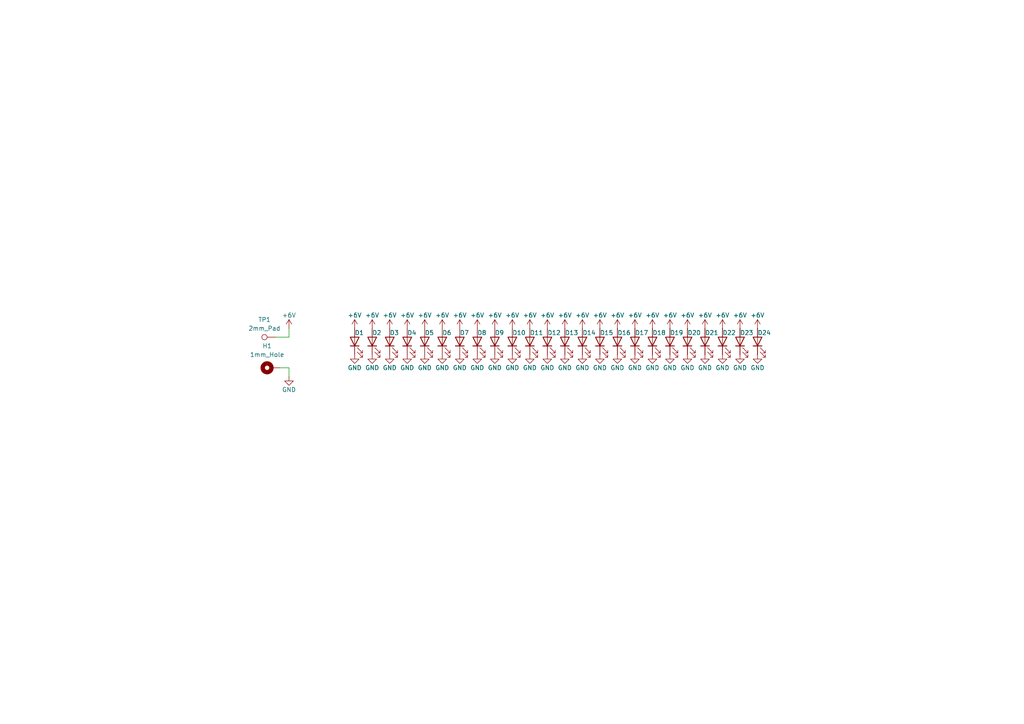
<source format=kicad_sch>
(kicad_sch (version 20230121) (generator eeschema)

  (uuid 6b4ed728-5c36-4b5b-9533-1f628cb0fced)

  (paper "A4")

  (lib_symbols
    (symbol "Connector:TestPoint" (pin_numbers hide) (pin_names (offset 0.762) hide) (in_bom yes) (on_board yes)
      (property "Reference" "TP" (at 0 6.858 0)
        (effects (font (size 1.27 1.27)))
      )
      (property "Value" "TestPoint" (at 0 5.08 0)
        (effects (font (size 1.27 1.27)))
      )
      (property "Footprint" "" (at 5.08 0 0)
        (effects (font (size 1.27 1.27)) hide)
      )
      (property "Datasheet" "~" (at 5.08 0 0)
        (effects (font (size 1.27 1.27)) hide)
      )
      (property "ki_keywords" "test point tp" (at 0 0 0)
        (effects (font (size 1.27 1.27)) hide)
      )
      (property "ki_description" "test point" (at 0 0 0)
        (effects (font (size 1.27 1.27)) hide)
      )
      (property "ki_fp_filters" "Pin* Test*" (at 0 0 0)
        (effects (font (size 1.27 1.27)) hide)
      )
      (symbol "TestPoint_0_1"
        (circle (center 0 3.302) (radius 0.762)
          (stroke (width 0) (type default))
          (fill (type none))
        )
      )
      (symbol "TestPoint_1_1"
        (pin passive line (at 0 0 90) (length 2.54)
          (name "1" (effects (font (size 1.27 1.27))))
          (number "1" (effects (font (size 1.27 1.27))))
        )
      )
    )
    (symbol "Device:LED" (pin_numbers hide) (pin_names (offset 1.016) hide) (in_bom yes) (on_board yes)
      (property "Reference" "D" (at 0 2.54 0)
        (effects (font (size 1.27 1.27)))
      )
      (property "Value" "LED" (at 0 -2.54 0)
        (effects (font (size 1.27 1.27)))
      )
      (property "Footprint" "" (at 0 0 0)
        (effects (font (size 1.27 1.27)) hide)
      )
      (property "Datasheet" "~" (at 0 0 0)
        (effects (font (size 1.27 1.27)) hide)
      )
      (property "ki_keywords" "LED diode" (at 0 0 0)
        (effects (font (size 1.27 1.27)) hide)
      )
      (property "ki_description" "Light emitting diode" (at 0 0 0)
        (effects (font (size 1.27 1.27)) hide)
      )
      (property "ki_fp_filters" "LED* LED_SMD:* LED_THT:*" (at 0 0 0)
        (effects (font (size 1.27 1.27)) hide)
      )
      (symbol "LED_0_1"
        (polyline
          (pts
            (xy -1.27 -1.27)
            (xy -1.27 1.27)
          )
          (stroke (width 0.254) (type default))
          (fill (type none))
        )
        (polyline
          (pts
            (xy -1.27 0)
            (xy 1.27 0)
          )
          (stroke (width 0) (type default))
          (fill (type none))
        )
        (polyline
          (pts
            (xy 1.27 -1.27)
            (xy 1.27 1.27)
            (xy -1.27 0)
            (xy 1.27 -1.27)
          )
          (stroke (width 0.254) (type default))
          (fill (type none))
        )
        (polyline
          (pts
            (xy -3.048 -0.762)
            (xy -4.572 -2.286)
            (xy -3.81 -2.286)
            (xy -4.572 -2.286)
            (xy -4.572 -1.524)
          )
          (stroke (width 0) (type default))
          (fill (type none))
        )
        (polyline
          (pts
            (xy -1.778 -0.762)
            (xy -3.302 -2.286)
            (xy -2.54 -2.286)
            (xy -3.302 -2.286)
            (xy -3.302 -1.524)
          )
          (stroke (width 0) (type default))
          (fill (type none))
        )
      )
      (symbol "LED_1_1"
        (pin passive line (at -3.81 0 0) (length 2.54)
          (name "K" (effects (font (size 1.27 1.27))))
          (number "1" (effects (font (size 1.27 1.27))))
        )
        (pin passive line (at 3.81 0 180) (length 2.54)
          (name "A" (effects (font (size 1.27 1.27))))
          (number "2" (effects (font (size 1.27 1.27))))
        )
      )
    )
    (symbol "Mechanical:MountingHole_Pad" (pin_numbers hide) (pin_names (offset 1.016) hide) (in_bom yes) (on_board yes)
      (property "Reference" "H" (at 0 6.35 0)
        (effects (font (size 1.27 1.27)))
      )
      (property "Value" "MountingHole_Pad" (at 0 4.445 0)
        (effects (font (size 1.27 1.27)))
      )
      (property "Footprint" "" (at 0 0 0)
        (effects (font (size 1.27 1.27)) hide)
      )
      (property "Datasheet" "~" (at 0 0 0)
        (effects (font (size 1.27 1.27)) hide)
      )
      (property "ki_keywords" "mounting hole" (at 0 0 0)
        (effects (font (size 1.27 1.27)) hide)
      )
      (property "ki_description" "Mounting Hole with connection" (at 0 0 0)
        (effects (font (size 1.27 1.27)) hide)
      )
      (property "ki_fp_filters" "MountingHole*Pad*" (at 0 0 0)
        (effects (font (size 1.27 1.27)) hide)
      )
      (symbol "MountingHole_Pad_0_1"
        (circle (center 0 1.27) (radius 1.27)
          (stroke (width 1.27) (type default))
          (fill (type none))
        )
      )
      (symbol "MountingHole_Pad_1_1"
        (pin input line (at 0 -2.54 90) (length 2.54)
          (name "1" (effects (font (size 1.27 1.27))))
          (number "1" (effects (font (size 1.27 1.27))))
        )
      )
    )
    (symbol "power:+6V" (power) (pin_names (offset 0)) (in_bom yes) (on_board yes)
      (property "Reference" "#PWR" (at 0 -3.81 0)
        (effects (font (size 1.27 1.27)) hide)
      )
      (property "Value" "+6V" (at 0 3.556 0)
        (effects (font (size 1.27 1.27)))
      )
      (property "Footprint" "" (at 0 0 0)
        (effects (font (size 1.27 1.27)) hide)
      )
      (property "Datasheet" "" (at 0 0 0)
        (effects (font (size 1.27 1.27)) hide)
      )
      (property "ki_keywords" "global power" (at 0 0 0)
        (effects (font (size 1.27 1.27)) hide)
      )
      (property "ki_description" "Power symbol creates a global label with name \"+6V\"" (at 0 0 0)
        (effects (font (size 1.27 1.27)) hide)
      )
      (symbol "+6V_0_1"
        (polyline
          (pts
            (xy -0.762 1.27)
            (xy 0 2.54)
          )
          (stroke (width 0) (type default))
          (fill (type none))
        )
        (polyline
          (pts
            (xy 0 0)
            (xy 0 2.54)
          )
          (stroke (width 0) (type default))
          (fill (type none))
        )
        (polyline
          (pts
            (xy 0 2.54)
            (xy 0.762 1.27)
          )
          (stroke (width 0) (type default))
          (fill (type none))
        )
      )
      (symbol "+6V_1_1"
        (pin power_in line (at 0 0 90) (length 0) hide
          (name "+6V" (effects (font (size 1.27 1.27))))
          (number "1" (effects (font (size 1.27 1.27))))
        )
      )
    )
    (symbol "power:GND" (power) (pin_names (offset 0)) (in_bom yes) (on_board yes)
      (property "Reference" "#PWR" (at 0 -6.35 0)
        (effects (font (size 1.27 1.27)) hide)
      )
      (property "Value" "GND" (at 0 -3.81 0)
        (effects (font (size 1.27 1.27)))
      )
      (property "Footprint" "" (at 0 0 0)
        (effects (font (size 1.27 1.27)) hide)
      )
      (property "Datasheet" "" (at 0 0 0)
        (effects (font (size 1.27 1.27)) hide)
      )
      (property "ki_keywords" "global power" (at 0 0 0)
        (effects (font (size 1.27 1.27)) hide)
      )
      (property "ki_description" "Power symbol creates a global label with name \"GND\" , ground" (at 0 0 0)
        (effects (font (size 1.27 1.27)) hide)
      )
      (symbol "GND_0_1"
        (polyline
          (pts
            (xy 0 0)
            (xy 0 -1.27)
            (xy 1.27 -1.27)
            (xy 0 -2.54)
            (xy -1.27 -1.27)
            (xy 0 -1.27)
          )
          (stroke (width 0) (type default))
          (fill (type none))
        )
      )
      (symbol "GND_1_1"
        (pin power_in line (at 0 0 270) (length 0) hide
          (name "GND" (effects (font (size 1.27 1.27))))
          (number "1" (effects (font (size 1.27 1.27))))
        )
      )
    )
  )


  (wire (pts (xy 81.28 106.68) (xy 83.82 106.68))
    (stroke (width 0) (type default))
    (uuid 7f107e94-f886-4ab6-be88-5f4304442302)
  )
  (wire (pts (xy 83.82 97.79) (xy 83.82 95.25))
    (stroke (width 0) (type default))
    (uuid 9b15f5e6-29fe-498c-91a0-27dc86c75f51)
  )
  (wire (pts (xy 80.01 97.79) (xy 83.82 97.79))
    (stroke (width 0) (type default))
    (uuid c23772f8-9f61-49a2-a6e1-bce0ba139afe)
  )
  (wire (pts (xy 83.82 106.68) (xy 83.82 109.22))
    (stroke (width 0) (type default))
    (uuid d0a52589-06c1-4e57-93e8-d6092b932e39)
  )

  (symbol (lib_id "power:GND") (at 209.55 102.87 0) (unit 1)
    (in_bom yes) (on_board yes) (dnp no)
    (uuid 0496eacc-7a3b-423b-ab7e-054e3d6dc504)
    (property "Reference" "#PWR044" (at 209.55 109.22 0)
      (effects (font (size 1.27 1.27)) hide)
    )
    (property "Value" "GND" (at 209.55 106.68 0)
      (effects (font (size 1.27 1.27)))
    )
    (property "Footprint" "" (at 209.55 102.87 0)
      (effects (font (size 1.27 1.27)) hide)
    )
    (property "Datasheet" "" (at 209.55 102.87 0)
      (effects (font (size 1.27 1.27)) hide)
    )
    (pin "1" (uuid 17ebda3e-189f-48be-96a0-746b9e079812))
    (instances
      (project "Polaroid_Flash_Ring"
        (path "/6b4ed728-5c36-4b5b-9533-1f628cb0fced"
          (reference "#PWR044") (unit 1)
        )
      )
    )
  )

  (symbol (lib_id "Device:LED") (at 204.47 99.06 90) (unit 1)
    (in_bom yes) (on_board yes) (dnp no)
    (uuid 052c9f75-f819-498e-83d1-2121ffe8db45)
    (property "Reference" "D1" (at 204.47 96.52 90)
      (effects (font (size 1.27 1.27)) (justify right))
    )
    (property "Value" "LED" (at 208.28 101.9175 90)
      (effects (font (size 1.27 1.27)) (justify right) hide)
    )
    (property "Footprint" "Jarrett_Footprint_Library:CREE_J_SERIES_1113" (at 204.47 99.06 0)
      (effects (font (size 1.27 1.27)) hide)
    )
    (property "Datasheet" "~" (at 204.47 99.06 0)
      (effects (font (size 1.27 1.27)) hide)
    )
    (property "Part Number" "JK2835AWT-P-B50EB0000-N0000001" (at 204.47 99.06 90)
      (effects (font (size 1.27 1.27)) hide)
    )
    (pin "1" (uuid 55c97cfe-eace-40d0-9553-d9932a9d1ba2))
    (pin "2" (uuid ae5d9438-f8ad-4a3b-b82b-ea38a1998343))
    (instances
      (project "Polaroid_Trigger_and_Flash"
        (path "/51d51621-4a44-40c7-b41a-2039df06f6e3"
          (reference "D1") (unit 1)
        )
      )
      (project "Polaroid_Flash_Ring"
        (path "/6b4ed728-5c36-4b5b-9533-1f628cb0fced"
          (reference "D21") (unit 1)
        )
      )
    )
  )

  (symbol (lib_id "Mechanical:MountingHole_Pad") (at 78.74 106.68 90) (unit 1)
    (in_bom yes) (on_board yes) (dnp no) (fields_autoplaced)
    (uuid 063ec81b-8d8b-4567-ae9b-719a1ec0db03)
    (property "Reference" "H1" (at 77.47 100.33 90)
      (effects (font (size 1.27 1.27)))
    )
    (property "Value" "1mm_Hole" (at 77.47 102.87 90)
      (effects (font (size 1.27 1.27)))
    )
    (property "Footprint" "TestPoint:TestPoint_Loop_D1.80mm_Drill1.0mm_Beaded" (at 78.74 106.68 0)
      (effects (font (size 1.27 1.27)) hide)
    )
    (property "Datasheet" "~" (at 78.74 106.68 0)
      (effects (font (size 1.27 1.27)) hide)
    )
    (pin "1" (uuid 068b79ea-c0d9-4204-87d4-cab9781ba07c))
    (instances
      (project "Polaroid_Flash_Ring"
        (path "/6b4ed728-5c36-4b5b-9533-1f628cb0fced"
          (reference "H1") (unit 1)
        )
      )
    )
  )

  (symbol (lib_id "power:GND") (at 107.95 102.87 0) (unit 1)
    (in_bom yes) (on_board yes) (dnp no)
    (uuid 0de7db1d-a4ba-4fbe-b547-3a8ed5b29d49)
    (property "Reference" "#PWR04" (at 107.95 109.22 0)
      (effects (font (size 1.27 1.27)) hide)
    )
    (property "Value" "GND" (at 107.95 106.68 0)
      (effects (font (size 1.27 1.27)))
    )
    (property "Footprint" "" (at 107.95 102.87 0)
      (effects (font (size 1.27 1.27)) hide)
    )
    (property "Datasheet" "" (at 107.95 102.87 0)
      (effects (font (size 1.27 1.27)) hide)
    )
    (pin "1" (uuid 2c8d80c5-7740-4f8a-bb38-5439bd234dff))
    (instances
      (project "Polaroid_Flash_Ring"
        (path "/6b4ed728-5c36-4b5b-9533-1f628cb0fced"
          (reference "#PWR04") (unit 1)
        )
      )
    )
  )

  (symbol (lib_id "power:GND") (at 158.75 102.87 0) (unit 1)
    (in_bom yes) (on_board yes) (dnp no)
    (uuid 10b92a48-27ca-462e-9629-7cecb0fc4cf8)
    (property "Reference" "#PWR024" (at 158.75 109.22 0)
      (effects (font (size 1.27 1.27)) hide)
    )
    (property "Value" "GND" (at 158.75 106.68 0)
      (effects (font (size 1.27 1.27)))
    )
    (property "Footprint" "" (at 158.75 102.87 0)
      (effects (font (size 1.27 1.27)) hide)
    )
    (property "Datasheet" "" (at 158.75 102.87 0)
      (effects (font (size 1.27 1.27)) hide)
    )
    (pin "1" (uuid 18669dcc-7884-4643-8ecc-441ef7508dc4))
    (instances
      (project "Polaroid_Flash_Ring"
        (path "/6b4ed728-5c36-4b5b-9533-1f628cb0fced"
          (reference "#PWR024") (unit 1)
        )
      )
    )
  )

  (symbol (lib_id "power:GND") (at 133.35 102.87 0) (unit 1)
    (in_bom yes) (on_board yes) (dnp no)
    (uuid 19b0adce-bd43-4a4c-b786-ac7ec1f149bc)
    (property "Reference" "#PWR014" (at 133.35 109.22 0)
      (effects (font (size 1.27 1.27)) hide)
    )
    (property "Value" "GND" (at 133.35 106.68 0)
      (effects (font (size 1.27 1.27)))
    )
    (property "Footprint" "" (at 133.35 102.87 0)
      (effects (font (size 1.27 1.27)) hide)
    )
    (property "Datasheet" "" (at 133.35 102.87 0)
      (effects (font (size 1.27 1.27)) hide)
    )
    (pin "1" (uuid 8267bc59-25d4-4a71-b69d-aba8beff92f4))
    (instances
      (project "Polaroid_Flash_Ring"
        (path "/6b4ed728-5c36-4b5b-9533-1f628cb0fced"
          (reference "#PWR014") (unit 1)
        )
      )
    )
  )

  (symbol (lib_id "Device:LED") (at 148.59 99.06 90) (unit 1)
    (in_bom yes) (on_board yes) (dnp no)
    (uuid 1b00264c-1aa9-4967-a795-7b5e5dfecbb2)
    (property "Reference" "D1" (at 148.59 96.52 90)
      (effects (font (size 1.27 1.27)) (justify right))
    )
    (property "Value" "LED" (at 152.4 101.9175 90)
      (effects (font (size 1.27 1.27)) (justify right) hide)
    )
    (property "Footprint" "Jarrett_Footprint_Library:CREE_J_SERIES_1113" (at 148.59 99.06 0)
      (effects (font (size 1.27 1.27)) hide)
    )
    (property "Datasheet" "~" (at 148.59 99.06 0)
      (effects (font (size 1.27 1.27)) hide)
    )
    (property "Part Number" "JK2835AWT-P-B50EB0000-N0000001" (at 148.59 99.06 90)
      (effects (font (size 1.27 1.27)) hide)
    )
    (pin "1" (uuid 93ba12f8-89db-4d6e-9245-b0b6cd5c036f))
    (pin "2" (uuid 2e3a0be8-4de5-4620-a2f3-ab928d406121))
    (instances
      (project "Polaroid_Trigger_and_Flash"
        (path "/51d51621-4a44-40c7-b41a-2039df06f6e3"
          (reference "D1") (unit 1)
        )
      )
      (project "Polaroid_Flash_Ring"
        (path "/6b4ed728-5c36-4b5b-9533-1f628cb0fced"
          (reference "D10") (unit 1)
        )
      )
    )
  )

  (symbol (lib_id "power:GND") (at 219.71 102.87 0) (unit 1)
    (in_bom yes) (on_board yes) (dnp no)
    (uuid 1be16ace-4ae8-4b5d-9f47-add89e085ede)
    (property "Reference" "#PWR048" (at 219.71 109.22 0)
      (effects (font (size 1.27 1.27)) hide)
    )
    (property "Value" "GND" (at 219.71 106.68 0)
      (effects (font (size 1.27 1.27)))
    )
    (property "Footprint" "" (at 219.71 102.87 0)
      (effects (font (size 1.27 1.27)) hide)
    )
    (property "Datasheet" "" (at 219.71 102.87 0)
      (effects (font (size 1.27 1.27)) hide)
    )
    (pin "1" (uuid 855c3a83-7cc5-4919-b931-773436036d3e))
    (instances
      (project "Polaroid_Flash_Ring"
        (path "/6b4ed728-5c36-4b5b-9533-1f628cb0fced"
          (reference "#PWR048") (unit 1)
        )
      )
    )
  )

  (symbol (lib_id "power:+6V") (at 133.35 95.25 0) (unit 1)
    (in_bom yes) (on_board yes) (dnp no)
    (uuid 1f6d4938-4aa8-4386-84dc-ab89e24e8fb5)
    (property "Reference" "#PWR013" (at 133.35 99.06 0)
      (effects (font (size 1.27 1.27)) hide)
    )
    (property "Value" "+6V" (at 133.35 91.44 0)
      (effects (font (size 1.27 1.27)))
    )
    (property "Footprint" "" (at 133.35 95.25 0)
      (effects (font (size 1.27 1.27)) hide)
    )
    (property "Datasheet" "" (at 133.35 95.25 0)
      (effects (font (size 1.27 1.27)) hide)
    )
    (pin "1" (uuid b48e4686-bab9-48d1-8a74-9f58b0850854))
    (instances
      (project "Polaroid_Flash_Ring"
        (path "/6b4ed728-5c36-4b5b-9533-1f628cb0fced"
          (reference "#PWR013") (unit 1)
        )
      )
    )
  )

  (symbol (lib_id "power:+6V") (at 209.55 95.25 0) (unit 1)
    (in_bom yes) (on_board yes) (dnp no)
    (uuid 20195278-7f22-4cc8-9ceb-2398f3815e7e)
    (property "Reference" "#PWR043" (at 209.55 99.06 0)
      (effects (font (size 1.27 1.27)) hide)
    )
    (property "Value" "+6V" (at 209.55 91.44 0)
      (effects (font (size 1.27 1.27)))
    )
    (property "Footprint" "" (at 209.55 95.25 0)
      (effects (font (size 1.27 1.27)) hide)
    )
    (property "Datasheet" "" (at 209.55 95.25 0)
      (effects (font (size 1.27 1.27)) hide)
    )
    (pin "1" (uuid c9ae75b3-e22d-4ba7-b51f-a3ad4c86fbb8))
    (instances
      (project "Polaroid_Flash_Ring"
        (path "/6b4ed728-5c36-4b5b-9533-1f628cb0fced"
          (reference "#PWR043") (unit 1)
        )
      )
    )
  )

  (symbol (lib_id "power:+6V") (at 194.31 95.25 0) (unit 1)
    (in_bom yes) (on_board yes) (dnp no)
    (uuid 229e02f1-9e7f-4dd4-b380-350d737403a2)
    (property "Reference" "#PWR037" (at 194.31 99.06 0)
      (effects (font (size 1.27 1.27)) hide)
    )
    (property "Value" "+6V" (at 194.31 91.44 0)
      (effects (font (size 1.27 1.27)))
    )
    (property "Footprint" "" (at 194.31 95.25 0)
      (effects (font (size 1.27 1.27)) hide)
    )
    (property "Datasheet" "" (at 194.31 95.25 0)
      (effects (font (size 1.27 1.27)) hide)
    )
    (pin "1" (uuid 935ef18c-7067-42e5-942a-31f518c68e9d))
    (instances
      (project "Polaroid_Flash_Ring"
        (path "/6b4ed728-5c36-4b5b-9533-1f628cb0fced"
          (reference "#PWR037") (unit 1)
        )
      )
    )
  )

  (symbol (lib_id "Device:LED") (at 189.23 99.06 90) (unit 1)
    (in_bom yes) (on_board yes) (dnp no)
    (uuid 23379920-ee84-4fbf-8875-2bed2fb8fe8a)
    (property "Reference" "D1" (at 189.23 96.52 90)
      (effects (font (size 1.27 1.27)) (justify right))
    )
    (property "Value" "LED" (at 193.04 101.9175 90)
      (effects (font (size 1.27 1.27)) (justify right) hide)
    )
    (property "Footprint" "Jarrett_Footprint_Library:CREE_J_SERIES_1113" (at 189.23 99.06 0)
      (effects (font (size 1.27 1.27)) hide)
    )
    (property "Datasheet" "~" (at 189.23 99.06 0)
      (effects (font (size 1.27 1.27)) hide)
    )
    (property "Part Number" "JK2835AWT-P-B50EB0000-N0000001" (at 189.23 99.06 90)
      (effects (font (size 1.27 1.27)) hide)
    )
    (pin "1" (uuid cd9b5f9b-e29a-40e2-a128-d48f73a76083))
    (pin "2" (uuid 16f11170-d1ce-4584-a2b0-2f0058b4e092))
    (instances
      (project "Polaroid_Trigger_and_Flash"
        (path "/51d51621-4a44-40c7-b41a-2039df06f6e3"
          (reference "D1") (unit 1)
        )
      )
      (project "Polaroid_Flash_Ring"
        (path "/6b4ed728-5c36-4b5b-9533-1f628cb0fced"
          (reference "D18") (unit 1)
        )
      )
    )
  )

  (symbol (lib_id "power:+6V") (at 143.51 95.25 0) (unit 1)
    (in_bom yes) (on_board yes) (dnp no)
    (uuid 2783c950-6562-499a-9988-0a1447da3955)
    (property "Reference" "#PWR017" (at 143.51 99.06 0)
      (effects (font (size 1.27 1.27)) hide)
    )
    (property "Value" "+6V" (at 143.51 91.44 0)
      (effects (font (size 1.27 1.27)))
    )
    (property "Footprint" "" (at 143.51 95.25 0)
      (effects (font (size 1.27 1.27)) hide)
    )
    (property "Datasheet" "" (at 143.51 95.25 0)
      (effects (font (size 1.27 1.27)) hide)
    )
    (pin "1" (uuid 156f76d1-a55f-4cd0-b9ca-4c065092c055))
    (instances
      (project "Polaroid_Flash_Ring"
        (path "/6b4ed728-5c36-4b5b-9533-1f628cb0fced"
          (reference "#PWR017") (unit 1)
        )
      )
    )
  )

  (symbol (lib_id "power:GND") (at 168.91 102.87 0) (unit 1)
    (in_bom yes) (on_board yes) (dnp no)
    (uuid 2cf797f5-28b9-4068-8d15-7cbab1ef023c)
    (property "Reference" "#PWR028" (at 168.91 109.22 0)
      (effects (font (size 1.27 1.27)) hide)
    )
    (property "Value" "GND" (at 168.91 106.68 0)
      (effects (font (size 1.27 1.27)))
    )
    (property "Footprint" "" (at 168.91 102.87 0)
      (effects (font (size 1.27 1.27)) hide)
    )
    (property "Datasheet" "" (at 168.91 102.87 0)
      (effects (font (size 1.27 1.27)) hide)
    )
    (pin "1" (uuid f164e725-079c-4443-8aad-d5d1a0f063cf))
    (instances
      (project "Polaroid_Flash_Ring"
        (path "/6b4ed728-5c36-4b5b-9533-1f628cb0fced"
          (reference "#PWR028") (unit 1)
        )
      )
    )
  )

  (symbol (lib_id "power:+6V") (at 173.99 95.25 0) (unit 1)
    (in_bom yes) (on_board yes) (dnp no)
    (uuid 2d6de905-8c30-43ad-bb6b-30bcb904da56)
    (property "Reference" "#PWR029" (at 173.99 99.06 0)
      (effects (font (size 1.27 1.27)) hide)
    )
    (property "Value" "+6V" (at 173.99 91.44 0)
      (effects (font (size 1.27 1.27)))
    )
    (property "Footprint" "" (at 173.99 95.25 0)
      (effects (font (size 1.27 1.27)) hide)
    )
    (property "Datasheet" "" (at 173.99 95.25 0)
      (effects (font (size 1.27 1.27)) hide)
    )
    (pin "1" (uuid b193f219-c9ab-4bf5-ad17-8b32a39ea36e))
    (instances
      (project "Polaroid_Flash_Ring"
        (path "/6b4ed728-5c36-4b5b-9533-1f628cb0fced"
          (reference "#PWR029") (unit 1)
        )
      )
    )
  )

  (symbol (lib_id "power:+6V") (at 138.43 95.25 0) (unit 1)
    (in_bom yes) (on_board yes) (dnp no)
    (uuid 2daf2928-167b-47fa-8456-4e29724e7b22)
    (property "Reference" "#PWR015" (at 138.43 99.06 0)
      (effects (font (size 1.27 1.27)) hide)
    )
    (property "Value" "+6V" (at 138.43 91.44 0)
      (effects (font (size 1.27 1.27)))
    )
    (property "Footprint" "" (at 138.43 95.25 0)
      (effects (font (size 1.27 1.27)) hide)
    )
    (property "Datasheet" "" (at 138.43 95.25 0)
      (effects (font (size 1.27 1.27)) hide)
    )
    (pin "1" (uuid bac13ce0-8bfb-4aa4-9c02-eb5f3260ab91))
    (instances
      (project "Polaroid_Flash_Ring"
        (path "/6b4ed728-5c36-4b5b-9533-1f628cb0fced"
          (reference "#PWR015") (unit 1)
        )
      )
    )
  )

  (symbol (lib_id "power:+6V") (at 163.83 95.25 0) (unit 1)
    (in_bom yes) (on_board yes) (dnp no)
    (uuid 33164d41-e0aa-4858-a9d6-1f944a9d58e4)
    (property "Reference" "#PWR025" (at 163.83 99.06 0)
      (effects (font (size 1.27 1.27)) hide)
    )
    (property "Value" "+6V" (at 163.83 91.44 0)
      (effects (font (size 1.27 1.27)))
    )
    (property "Footprint" "" (at 163.83 95.25 0)
      (effects (font (size 1.27 1.27)) hide)
    )
    (property "Datasheet" "" (at 163.83 95.25 0)
      (effects (font (size 1.27 1.27)) hide)
    )
    (pin "1" (uuid d492f44a-58fe-471e-8138-d4f7b142657f))
    (instances
      (project "Polaroid_Flash_Ring"
        (path "/6b4ed728-5c36-4b5b-9533-1f628cb0fced"
          (reference "#PWR025") (unit 1)
        )
      )
    )
  )

  (symbol (lib_id "power:+6V") (at 219.71 95.25 0) (unit 1)
    (in_bom yes) (on_board yes) (dnp no)
    (uuid 33f5d3db-fbae-4b32-99c4-1c6be0110b16)
    (property "Reference" "#PWR047" (at 219.71 99.06 0)
      (effects (font (size 1.27 1.27)) hide)
    )
    (property "Value" "+6V" (at 219.71 91.44 0)
      (effects (font (size 1.27 1.27)))
    )
    (property "Footprint" "" (at 219.71 95.25 0)
      (effects (font (size 1.27 1.27)) hide)
    )
    (property "Datasheet" "" (at 219.71 95.25 0)
      (effects (font (size 1.27 1.27)) hide)
    )
    (pin "1" (uuid 9f3d109b-08d2-4f57-b5b9-e1dfbdc20180))
    (instances
      (project "Polaroid_Flash_Ring"
        (path "/6b4ed728-5c36-4b5b-9533-1f628cb0fced"
          (reference "#PWR047") (unit 1)
        )
      )
    )
  )

  (symbol (lib_id "power:GND") (at 189.23 102.87 0) (unit 1)
    (in_bom yes) (on_board yes) (dnp no)
    (uuid 3401f0ca-bcfb-46e1-b524-e1927a74b057)
    (property "Reference" "#PWR036" (at 189.23 109.22 0)
      (effects (font (size 1.27 1.27)) hide)
    )
    (property "Value" "GND" (at 189.23 106.68 0)
      (effects (font (size 1.27 1.27)))
    )
    (property "Footprint" "" (at 189.23 102.87 0)
      (effects (font (size 1.27 1.27)) hide)
    )
    (property "Datasheet" "" (at 189.23 102.87 0)
      (effects (font (size 1.27 1.27)) hide)
    )
    (pin "1" (uuid 5faf1e74-964b-4ca5-9933-c6106fd31d4a))
    (instances
      (project "Polaroid_Flash_Ring"
        (path "/6b4ed728-5c36-4b5b-9533-1f628cb0fced"
          (reference "#PWR036") (unit 1)
        )
      )
    )
  )

  (symbol (lib_id "power:+6V") (at 118.11 95.25 0) (unit 1)
    (in_bom yes) (on_board yes) (dnp no)
    (uuid 3f60291c-cac2-4298-8436-89302e52bbc6)
    (property "Reference" "#PWR07" (at 118.11 99.06 0)
      (effects (font (size 1.27 1.27)) hide)
    )
    (property "Value" "+6V" (at 118.11 91.44 0)
      (effects (font (size 1.27 1.27)))
    )
    (property "Footprint" "" (at 118.11 95.25 0)
      (effects (font (size 1.27 1.27)) hide)
    )
    (property "Datasheet" "" (at 118.11 95.25 0)
      (effects (font (size 1.27 1.27)) hide)
    )
    (pin "1" (uuid 873a4922-6534-44e2-9c7c-3b24d7ca1ad5))
    (instances
      (project "Polaroid_Flash_Ring"
        (path "/6b4ed728-5c36-4b5b-9533-1f628cb0fced"
          (reference "#PWR07") (unit 1)
        )
      )
    )
  )

  (symbol (lib_id "Device:LED") (at 153.67 99.06 90) (unit 1)
    (in_bom yes) (on_board yes) (dnp no)
    (uuid 43c105cc-dd5b-4263-9224-18464f29698f)
    (property "Reference" "D1" (at 153.67 96.52 90)
      (effects (font (size 1.27 1.27)) (justify right))
    )
    (property "Value" "LED" (at 157.48 101.9175 90)
      (effects (font (size 1.27 1.27)) (justify right) hide)
    )
    (property "Footprint" "Jarrett_Footprint_Library:CREE_J_SERIES_1113" (at 153.67 99.06 0)
      (effects (font (size 1.27 1.27)) hide)
    )
    (property "Datasheet" "~" (at 153.67 99.06 0)
      (effects (font (size 1.27 1.27)) hide)
    )
    (property "Part Number" "JK2835AWT-P-B50EB0000-N0000001" (at 153.67 99.06 90)
      (effects (font (size 1.27 1.27)) hide)
    )
    (pin "1" (uuid dca12920-ffa6-42cb-9e8b-27a1ee0bca6c))
    (pin "2" (uuid be3f3390-7a81-48ac-b458-cd5f78635e59))
    (instances
      (project "Polaroid_Trigger_and_Flash"
        (path "/51d51621-4a44-40c7-b41a-2039df06f6e3"
          (reference "D1") (unit 1)
        )
      )
      (project "Polaroid_Flash_Ring"
        (path "/6b4ed728-5c36-4b5b-9533-1f628cb0fced"
          (reference "D11") (unit 1)
        )
      )
    )
  )

  (symbol (lib_id "power:GND") (at 143.51 102.87 0) (unit 1)
    (in_bom yes) (on_board yes) (dnp no)
    (uuid 43ebaf15-4e35-48fc-99a2-cff18e78239d)
    (property "Reference" "#PWR018" (at 143.51 109.22 0)
      (effects (font (size 1.27 1.27)) hide)
    )
    (property "Value" "GND" (at 143.51 106.68 0)
      (effects (font (size 1.27 1.27)))
    )
    (property "Footprint" "" (at 143.51 102.87 0)
      (effects (font (size 1.27 1.27)) hide)
    )
    (property "Datasheet" "" (at 143.51 102.87 0)
      (effects (font (size 1.27 1.27)) hide)
    )
    (pin "1" (uuid 8c0ffeca-386c-4ef8-b565-4269d3649a94))
    (instances
      (project "Polaroid_Flash_Ring"
        (path "/6b4ed728-5c36-4b5b-9533-1f628cb0fced"
          (reference "#PWR018") (unit 1)
        )
      )
    )
  )

  (symbol (lib_id "power:GND") (at 118.11 102.87 0) (unit 1)
    (in_bom yes) (on_board yes) (dnp no)
    (uuid 45bd8be4-b294-43da-8694-ed5d3db1129d)
    (property "Reference" "#PWR08" (at 118.11 109.22 0)
      (effects (font (size 1.27 1.27)) hide)
    )
    (property "Value" "GND" (at 118.11 106.68 0)
      (effects (font (size 1.27 1.27)))
    )
    (property "Footprint" "" (at 118.11 102.87 0)
      (effects (font (size 1.27 1.27)) hide)
    )
    (property "Datasheet" "" (at 118.11 102.87 0)
      (effects (font (size 1.27 1.27)) hide)
    )
    (pin "1" (uuid 1c065431-4c6e-4aa5-8737-1a317a7c1860))
    (instances
      (project "Polaroid_Flash_Ring"
        (path "/6b4ed728-5c36-4b5b-9533-1f628cb0fced"
          (reference "#PWR08") (unit 1)
        )
      )
    )
  )

  (symbol (lib_id "power:+6V") (at 113.03 95.25 0) (unit 1)
    (in_bom yes) (on_board yes) (dnp no)
    (uuid 491972f6-086e-4820-9955-76b13071ccba)
    (property "Reference" "#PWR05" (at 113.03 99.06 0)
      (effects (font (size 1.27 1.27)) hide)
    )
    (property "Value" "+6V" (at 113.03 91.44 0)
      (effects (font (size 1.27 1.27)))
    )
    (property "Footprint" "" (at 113.03 95.25 0)
      (effects (font (size 1.27 1.27)) hide)
    )
    (property "Datasheet" "" (at 113.03 95.25 0)
      (effects (font (size 1.27 1.27)) hide)
    )
    (pin "1" (uuid fd1f349c-9ce5-43cc-ac2c-74c76367fafa))
    (instances
      (project "Polaroid_Flash_Ring"
        (path "/6b4ed728-5c36-4b5b-9533-1f628cb0fced"
          (reference "#PWR05") (unit 1)
        )
      )
    )
  )

  (symbol (lib_id "power:GND") (at 173.99 102.87 0) (unit 1)
    (in_bom yes) (on_board yes) (dnp no)
    (uuid 4f065e1b-b145-4e77-87ab-3dd6787d8995)
    (property "Reference" "#PWR030" (at 173.99 109.22 0)
      (effects (font (size 1.27 1.27)) hide)
    )
    (property "Value" "GND" (at 173.99 106.68 0)
      (effects (font (size 1.27 1.27)))
    )
    (property "Footprint" "" (at 173.99 102.87 0)
      (effects (font (size 1.27 1.27)) hide)
    )
    (property "Datasheet" "" (at 173.99 102.87 0)
      (effects (font (size 1.27 1.27)) hide)
    )
    (pin "1" (uuid 1cd20f4d-8e93-42ba-bc0b-07f0ef86ac4e))
    (instances
      (project "Polaroid_Flash_Ring"
        (path "/6b4ed728-5c36-4b5b-9533-1f628cb0fced"
          (reference "#PWR030") (unit 1)
        )
      )
    )
  )

  (symbol (lib_id "Device:LED") (at 113.03 99.06 90) (unit 1)
    (in_bom yes) (on_board yes) (dnp no)
    (uuid 586cd843-0689-4679-add1-0b0e8b32b66a)
    (property "Reference" "D1" (at 113.03 96.52 90)
      (effects (font (size 1.27 1.27)) (justify right))
    )
    (property "Value" "LED" (at 116.84 101.9175 90)
      (effects (font (size 1.27 1.27)) (justify right) hide)
    )
    (property "Footprint" "Jarrett_Footprint_Library:CREE_J_SERIES_1113" (at 113.03 99.06 0)
      (effects (font (size 1.27 1.27)) hide)
    )
    (property "Datasheet" "~" (at 113.03 99.06 0)
      (effects (font (size 1.27 1.27)) hide)
    )
    (property "Part Number" "JK2835AWT-P-B50EB0000-N0000001" (at 113.03 99.06 90)
      (effects (font (size 1.27 1.27)) hide)
    )
    (pin "1" (uuid 4b459fef-8f70-4ace-9314-1485f8128a1b))
    (pin "2" (uuid 24b447f4-8659-4bc6-9107-44bb715f0baa))
    (instances
      (project "Polaroid_Trigger_and_Flash"
        (path "/51d51621-4a44-40c7-b41a-2039df06f6e3"
          (reference "D1") (unit 1)
        )
      )
      (project "Polaroid_Flash_Ring"
        (path "/6b4ed728-5c36-4b5b-9533-1f628cb0fced"
          (reference "D3") (unit 1)
        )
      )
    )
  )

  (symbol (lib_id "Device:LED") (at 118.11 99.06 90) (unit 1)
    (in_bom yes) (on_board yes) (dnp no)
    (uuid 58c0f1fb-75d8-48c7-978c-25b929dcd934)
    (property "Reference" "D1" (at 118.11 96.52 90)
      (effects (font (size 1.27 1.27)) (justify right))
    )
    (property "Value" "LED" (at 121.92 101.9175 90)
      (effects (font (size 1.27 1.27)) (justify right) hide)
    )
    (property "Footprint" "Jarrett_Footprint_Library:CREE_J_SERIES_1113" (at 118.11 99.06 0)
      (effects (font (size 1.27 1.27)) hide)
    )
    (property "Datasheet" "~" (at 118.11 99.06 0)
      (effects (font (size 1.27 1.27)) hide)
    )
    (property "Part Number" "JK2835AWT-P-B50EB0000-N0000001" (at 118.11 99.06 90)
      (effects (font (size 1.27 1.27)) hide)
    )
    (pin "1" (uuid 8098309f-4099-4a85-899c-3d396b9c57c9))
    (pin "2" (uuid c2403681-4ba6-4af7-a57e-bed7ada80caa))
    (instances
      (project "Polaroid_Trigger_and_Flash"
        (path "/51d51621-4a44-40c7-b41a-2039df06f6e3"
          (reference "D1") (unit 1)
        )
      )
      (project "Polaroid_Flash_Ring"
        (path "/6b4ed728-5c36-4b5b-9533-1f628cb0fced"
          (reference "D4") (unit 1)
        )
      )
    )
  )

  (symbol (lib_id "power:+6V") (at 128.27 95.25 0) (unit 1)
    (in_bom yes) (on_board yes) (dnp no)
    (uuid 63c6455d-8c47-4a89-83b1-5d4716ebde9b)
    (property "Reference" "#PWR011" (at 128.27 99.06 0)
      (effects (font (size 1.27 1.27)) hide)
    )
    (property "Value" "+6V" (at 128.27 91.44 0)
      (effects (font (size 1.27 1.27)))
    )
    (property "Footprint" "" (at 128.27 95.25 0)
      (effects (font (size 1.27 1.27)) hide)
    )
    (property "Datasheet" "" (at 128.27 95.25 0)
      (effects (font (size 1.27 1.27)) hide)
    )
    (pin "1" (uuid 394bb180-49a6-4616-a3bd-ec4ae7da9a60))
    (instances
      (project "Polaroid_Flash_Ring"
        (path "/6b4ed728-5c36-4b5b-9533-1f628cb0fced"
          (reference "#PWR011") (unit 1)
        )
      )
    )
  )

  (symbol (lib_id "power:+6V") (at 184.15 95.25 0) (unit 1)
    (in_bom yes) (on_board yes) (dnp no)
    (uuid 693c6e35-3816-4608-bcd7-0da59c04e8a3)
    (property "Reference" "#PWR033" (at 184.15 99.06 0)
      (effects (font (size 1.27 1.27)) hide)
    )
    (property "Value" "+6V" (at 184.15 91.44 0)
      (effects (font (size 1.27 1.27)))
    )
    (property "Footprint" "" (at 184.15 95.25 0)
      (effects (font (size 1.27 1.27)) hide)
    )
    (property "Datasheet" "" (at 184.15 95.25 0)
      (effects (font (size 1.27 1.27)) hide)
    )
    (pin "1" (uuid 48787aad-501c-436f-a3dd-71cdd21b9e30))
    (instances
      (project "Polaroid_Flash_Ring"
        (path "/6b4ed728-5c36-4b5b-9533-1f628cb0fced"
          (reference "#PWR033") (unit 1)
        )
      )
    )
  )

  (symbol (lib_id "power:GND") (at 179.07 102.87 0) (unit 1)
    (in_bom yes) (on_board yes) (dnp no)
    (uuid 6b8d4c26-fb06-4654-a3aa-f525db266295)
    (property "Reference" "#PWR032" (at 179.07 109.22 0)
      (effects (font (size 1.27 1.27)) hide)
    )
    (property "Value" "GND" (at 179.07 106.68 0)
      (effects (font (size 1.27 1.27)))
    )
    (property "Footprint" "" (at 179.07 102.87 0)
      (effects (font (size 1.27 1.27)) hide)
    )
    (property "Datasheet" "" (at 179.07 102.87 0)
      (effects (font (size 1.27 1.27)) hide)
    )
    (pin "1" (uuid cc043987-9d90-4dc8-9212-24652b4784ed))
    (instances
      (project "Polaroid_Flash_Ring"
        (path "/6b4ed728-5c36-4b5b-9533-1f628cb0fced"
          (reference "#PWR032") (unit 1)
        )
      )
    )
  )

  (symbol (lib_id "power:GND") (at 194.31 102.87 0) (unit 1)
    (in_bom yes) (on_board yes) (dnp no)
    (uuid 6c652cee-fb64-4e38-b61a-74802d39d329)
    (property "Reference" "#PWR038" (at 194.31 109.22 0)
      (effects (font (size 1.27 1.27)) hide)
    )
    (property "Value" "GND" (at 194.31 106.68 0)
      (effects (font (size 1.27 1.27)))
    )
    (property "Footprint" "" (at 194.31 102.87 0)
      (effects (font (size 1.27 1.27)) hide)
    )
    (property "Datasheet" "" (at 194.31 102.87 0)
      (effects (font (size 1.27 1.27)) hide)
    )
    (pin "1" (uuid c1e7406e-5165-4b68-b948-9563901a3636))
    (instances
      (project "Polaroid_Flash_Ring"
        (path "/6b4ed728-5c36-4b5b-9533-1f628cb0fced"
          (reference "#PWR038") (unit 1)
        )
      )
    )
  )

  (symbol (lib_id "power:+6V") (at 148.59 95.25 0) (unit 1)
    (in_bom yes) (on_board yes) (dnp no)
    (uuid 6d5cd042-290f-427a-9749-51801343b838)
    (property "Reference" "#PWR019" (at 148.59 99.06 0)
      (effects (font (size 1.27 1.27)) hide)
    )
    (property "Value" "+6V" (at 148.59 91.44 0)
      (effects (font (size 1.27 1.27)))
    )
    (property "Footprint" "" (at 148.59 95.25 0)
      (effects (font (size 1.27 1.27)) hide)
    )
    (property "Datasheet" "" (at 148.59 95.25 0)
      (effects (font (size 1.27 1.27)) hide)
    )
    (pin "1" (uuid a968db32-b87e-431a-b7c0-ce40686bd043))
    (instances
      (project "Polaroid_Flash_Ring"
        (path "/6b4ed728-5c36-4b5b-9533-1f628cb0fced"
          (reference "#PWR019") (unit 1)
        )
      )
    )
  )

  (symbol (lib_id "power:+6V") (at 153.67 95.25 0) (unit 1)
    (in_bom yes) (on_board yes) (dnp no)
    (uuid 6eee53e5-55a5-4fe3-aee4-7a4f62480d5e)
    (property "Reference" "#PWR021" (at 153.67 99.06 0)
      (effects (font (size 1.27 1.27)) hide)
    )
    (property "Value" "+6V" (at 153.67 91.44 0)
      (effects (font (size 1.27 1.27)))
    )
    (property "Footprint" "" (at 153.67 95.25 0)
      (effects (font (size 1.27 1.27)) hide)
    )
    (property "Datasheet" "" (at 153.67 95.25 0)
      (effects (font (size 1.27 1.27)) hide)
    )
    (pin "1" (uuid 1a2f1c1b-274d-4c70-85da-62ce1f6be02d))
    (instances
      (project "Polaroid_Flash_Ring"
        (path "/6b4ed728-5c36-4b5b-9533-1f628cb0fced"
          (reference "#PWR021") (unit 1)
        )
      )
    )
  )

  (symbol (lib_id "power:+6V") (at 158.75 95.25 0) (unit 1)
    (in_bom yes) (on_board yes) (dnp no)
    (uuid 6fd05145-c382-4a11-9587-456591ff7edb)
    (property "Reference" "#PWR023" (at 158.75 99.06 0)
      (effects (font (size 1.27 1.27)) hide)
    )
    (property "Value" "+6V" (at 158.75 91.44 0)
      (effects (font (size 1.27 1.27)))
    )
    (property "Footprint" "" (at 158.75 95.25 0)
      (effects (font (size 1.27 1.27)) hide)
    )
    (property "Datasheet" "" (at 158.75 95.25 0)
      (effects (font (size 1.27 1.27)) hide)
    )
    (pin "1" (uuid 866f8c77-742b-4a8c-865d-22ac8bf74d7e))
    (instances
      (project "Polaroid_Flash_Ring"
        (path "/6b4ed728-5c36-4b5b-9533-1f628cb0fced"
          (reference "#PWR023") (unit 1)
        )
      )
    )
  )

  (symbol (lib_id "Device:LED") (at 209.55 99.06 90) (unit 1)
    (in_bom yes) (on_board yes) (dnp no)
    (uuid 76b72248-64db-435e-acca-121f3ba68538)
    (property "Reference" "D1" (at 209.55 96.52 90)
      (effects (font (size 1.27 1.27)) (justify right))
    )
    (property "Value" "LED" (at 213.36 101.9175 90)
      (effects (font (size 1.27 1.27)) (justify right) hide)
    )
    (property "Footprint" "Jarrett_Footprint_Library:CREE_J_SERIES_1113" (at 209.55 99.06 0)
      (effects (font (size 1.27 1.27)) hide)
    )
    (property "Datasheet" "~" (at 209.55 99.06 0)
      (effects (font (size 1.27 1.27)) hide)
    )
    (property "Part Number" "JK2835AWT-P-B50EB0000-N0000001" (at 209.55 99.06 90)
      (effects (font (size 1.27 1.27)) hide)
    )
    (pin "1" (uuid dbb3e354-000e-42f6-a95c-f32796d0e3a5))
    (pin "2" (uuid 43567a81-0195-4ddc-930a-64222e51e701))
    (instances
      (project "Polaroid_Trigger_and_Flash"
        (path "/51d51621-4a44-40c7-b41a-2039df06f6e3"
          (reference "D1") (unit 1)
        )
      )
      (project "Polaroid_Flash_Ring"
        (path "/6b4ed728-5c36-4b5b-9533-1f628cb0fced"
          (reference "D22") (unit 1)
        )
      )
    )
  )

  (symbol (lib_id "Device:LED") (at 133.35 99.06 90) (unit 1)
    (in_bom yes) (on_board yes) (dnp no)
    (uuid 77eab6d5-32f3-4699-8134-7b3c9137873d)
    (property "Reference" "D1" (at 133.35 96.52 90)
      (effects (font (size 1.27 1.27)) (justify right))
    )
    (property "Value" "LED" (at 137.16 101.9175 90)
      (effects (font (size 1.27 1.27)) (justify right) hide)
    )
    (property "Footprint" "Jarrett_Footprint_Library:CREE_J_SERIES_1113" (at 133.35 99.06 0)
      (effects (font (size 1.27 1.27)) hide)
    )
    (property "Datasheet" "~" (at 133.35 99.06 0)
      (effects (font (size 1.27 1.27)) hide)
    )
    (property "Part Number" "JK2835AWT-P-B50EB0000-N0000001" (at 133.35 99.06 90)
      (effects (font (size 1.27 1.27)) hide)
    )
    (pin "1" (uuid 0d8af4ac-8731-49cf-baa6-b98d91835ab4))
    (pin "2" (uuid 1483876c-7da7-4d95-9141-2b616ae62711))
    (instances
      (project "Polaroid_Trigger_and_Flash"
        (path "/51d51621-4a44-40c7-b41a-2039df06f6e3"
          (reference "D1") (unit 1)
        )
      )
      (project "Polaroid_Flash_Ring"
        (path "/6b4ed728-5c36-4b5b-9533-1f628cb0fced"
          (reference "D7") (unit 1)
        )
      )
    )
  )

  (symbol (lib_id "power:GND") (at 83.82 109.22 0) (unit 1)
    (in_bom yes) (on_board yes) (dnp no)
    (uuid 80ac20d4-528a-4df9-999c-e51e7bfc12df)
    (property "Reference" "#PWR050" (at 83.82 115.57 0)
      (effects (font (size 1.27 1.27)) hide)
    )
    (property "Value" "GND" (at 83.82 113.03 0)
      (effects (font (size 1.27 1.27)))
    )
    (property "Footprint" "" (at 83.82 109.22 0)
      (effects (font (size 1.27 1.27)) hide)
    )
    (property "Datasheet" "" (at 83.82 109.22 0)
      (effects (font (size 1.27 1.27)) hide)
    )
    (pin "1" (uuid eb529b38-ab17-4a9d-b246-1f92908136ec))
    (instances
      (project "Polaroid_Flash_Ring"
        (path "/6b4ed728-5c36-4b5b-9533-1f628cb0fced"
          (reference "#PWR050") (unit 1)
        )
      )
    )
  )

  (symbol (lib_id "Device:LED") (at 168.91 99.06 90) (unit 1)
    (in_bom yes) (on_board yes) (dnp no)
    (uuid 86a5d34b-e837-416c-afc3-f1176a89ce3c)
    (property "Reference" "D1" (at 168.91 96.52 90)
      (effects (font (size 1.27 1.27)) (justify right))
    )
    (property "Value" "LED" (at 172.72 101.9175 90)
      (effects (font (size 1.27 1.27)) (justify right) hide)
    )
    (property "Footprint" "Jarrett_Footprint_Library:CREE_J_SERIES_1113" (at 168.91 99.06 0)
      (effects (font (size 1.27 1.27)) hide)
    )
    (property "Datasheet" "~" (at 168.91 99.06 0)
      (effects (font (size 1.27 1.27)) hide)
    )
    (property "Part Number" "JK2835AWT-P-B50EB0000-N0000001" (at 168.91 99.06 90)
      (effects (font (size 1.27 1.27)) hide)
    )
    (pin "1" (uuid 17e72f56-ab79-45bf-9e4e-b5def196ddfd))
    (pin "2" (uuid 02355616-6f16-4be2-8876-a6e1dc4306aa))
    (instances
      (project "Polaroid_Trigger_and_Flash"
        (path "/51d51621-4a44-40c7-b41a-2039df06f6e3"
          (reference "D1") (unit 1)
        )
      )
      (project "Polaroid_Flash_Ring"
        (path "/6b4ed728-5c36-4b5b-9533-1f628cb0fced"
          (reference "D14") (unit 1)
        )
      )
    )
  )

  (symbol (lib_id "power:+6V") (at 189.23 95.25 0) (unit 1)
    (in_bom yes) (on_board yes) (dnp no)
    (uuid 900541db-d2da-451b-8af2-f30aaab4f3f8)
    (property "Reference" "#PWR035" (at 189.23 99.06 0)
      (effects (font (size 1.27 1.27)) hide)
    )
    (property "Value" "+6V" (at 189.23 91.44 0)
      (effects (font (size 1.27 1.27)))
    )
    (property "Footprint" "" (at 189.23 95.25 0)
      (effects (font (size 1.27 1.27)) hide)
    )
    (property "Datasheet" "" (at 189.23 95.25 0)
      (effects (font (size 1.27 1.27)) hide)
    )
    (pin "1" (uuid 0aa51ae0-1518-4f92-bca7-af54e2815ce0))
    (instances
      (project "Polaroid_Flash_Ring"
        (path "/6b4ed728-5c36-4b5b-9533-1f628cb0fced"
          (reference "#PWR035") (unit 1)
        )
      )
    )
  )

  (symbol (lib_id "Connector:TestPoint") (at 80.01 97.79 90) (unit 1)
    (in_bom yes) (on_board yes) (dnp no) (fields_autoplaced)
    (uuid 931e9b9f-4580-4637-9582-988623918e68)
    (property "Reference" "TP1" (at 76.708 92.71 90)
      (effects (font (size 1.27 1.27)))
    )
    (property "Value" "2mm_Pad" (at 76.708 95.25 90)
      (effects (font (size 1.27 1.27)))
    )
    (property "Footprint" "TestPoint:TestPoint_Pad_2.0x2.0mm" (at 80.01 92.71 0)
      (effects (font (size 1.27 1.27)) hide)
    )
    (property "Datasheet" "~" (at 80.01 92.71 0)
      (effects (font (size 1.27 1.27)) hide)
    )
    (pin "1" (uuid 177c1d71-2b87-488e-9efa-0244bea19470))
    (instances
      (project "Polaroid_Flash_Ring"
        (path "/6b4ed728-5c36-4b5b-9533-1f628cb0fced"
          (reference "TP1") (unit 1)
        )
      )
    )
  )

  (symbol (lib_id "power:GND") (at 148.59 102.87 0) (unit 1)
    (in_bom yes) (on_board yes) (dnp no)
    (uuid 96926e09-96a2-47b5-9fa8-1dd24d59ebdd)
    (property "Reference" "#PWR020" (at 148.59 109.22 0)
      (effects (font (size 1.27 1.27)) hide)
    )
    (property "Value" "GND" (at 148.59 106.68 0)
      (effects (font (size 1.27 1.27)))
    )
    (property "Footprint" "" (at 148.59 102.87 0)
      (effects (font (size 1.27 1.27)) hide)
    )
    (property "Datasheet" "" (at 148.59 102.87 0)
      (effects (font (size 1.27 1.27)) hide)
    )
    (pin "1" (uuid 7a876be1-86c5-4f4f-b98a-5b406487549e))
    (instances
      (project "Polaroid_Flash_Ring"
        (path "/6b4ed728-5c36-4b5b-9533-1f628cb0fced"
          (reference "#PWR020") (unit 1)
        )
      )
    )
  )

  (symbol (lib_id "power:GND") (at 204.47 102.87 0) (unit 1)
    (in_bom yes) (on_board yes) (dnp no)
    (uuid 9833ba1f-de97-4304-8860-07f2ed55796c)
    (property "Reference" "#PWR042" (at 204.47 109.22 0)
      (effects (font (size 1.27 1.27)) hide)
    )
    (property "Value" "GND" (at 204.47 106.68 0)
      (effects (font (size 1.27 1.27)))
    )
    (property "Footprint" "" (at 204.47 102.87 0)
      (effects (font (size 1.27 1.27)) hide)
    )
    (property "Datasheet" "" (at 204.47 102.87 0)
      (effects (font (size 1.27 1.27)) hide)
    )
    (pin "1" (uuid 68c44220-c1a1-4259-a58f-0b2971a83f77))
    (instances
      (project "Polaroid_Flash_Ring"
        (path "/6b4ed728-5c36-4b5b-9533-1f628cb0fced"
          (reference "#PWR042") (unit 1)
        )
      )
    )
  )

  (symbol (lib_id "power:+6V") (at 214.63 95.25 0) (unit 1)
    (in_bom yes) (on_board yes) (dnp no)
    (uuid 985db6dd-6980-40af-b731-cf23cc4bf04a)
    (property "Reference" "#PWR045" (at 214.63 99.06 0)
      (effects (font (size 1.27 1.27)) hide)
    )
    (property "Value" "+6V" (at 214.63 91.44 0)
      (effects (font (size 1.27 1.27)))
    )
    (property "Footprint" "" (at 214.63 95.25 0)
      (effects (font (size 1.27 1.27)) hide)
    )
    (property "Datasheet" "" (at 214.63 95.25 0)
      (effects (font (size 1.27 1.27)) hide)
    )
    (pin "1" (uuid 36903b46-814d-48ab-841e-7039348c2157))
    (instances
      (project "Polaroid_Flash_Ring"
        (path "/6b4ed728-5c36-4b5b-9533-1f628cb0fced"
          (reference "#PWR045") (unit 1)
        )
      )
    )
  )

  (symbol (lib_id "Device:LED") (at 102.87 99.06 90) (unit 1)
    (in_bom yes) (on_board yes) (dnp no)
    (uuid 9cbeb015-d378-4c42-b1b7-29eaa936d9c0)
    (property "Reference" "D1" (at 102.87 96.52 90)
      (effects (font (size 1.27 1.27)) (justify right))
    )
    (property "Value" "LED" (at 106.68 101.9175 90)
      (effects (font (size 1.27 1.27)) (justify right) hide)
    )
    (property "Footprint" "Jarrett_Footprint_Library:CREE_J_SERIES_1113" (at 102.87 99.06 0)
      (effects (font (size 1.27 1.27)) hide)
    )
    (property "Datasheet" "~" (at 102.87 99.06 0)
      (effects (font (size 1.27 1.27)) hide)
    )
    (property "Part Number" "JK2835AWT-P-B50EB0000-N0000001" (at 102.87 99.06 90)
      (effects (font (size 1.27 1.27)) hide)
    )
    (pin "1" (uuid f6e45ad2-0c25-4561-8b10-aa55eecd0269))
    (pin "2" (uuid 09738492-fbf8-4c30-9ed5-7c71d5e3a15f))
    (instances
      (project "Polaroid_Trigger_and_Flash"
        (path "/51d51621-4a44-40c7-b41a-2039df06f6e3"
          (reference "D1") (unit 1)
        )
      )
      (project "Polaroid_Flash_Ring"
        (path "/6b4ed728-5c36-4b5b-9533-1f628cb0fced"
          (reference "D1") (unit 1)
        )
      )
    )
  )

  (symbol (lib_id "Device:LED") (at 158.75 99.06 90) (unit 1)
    (in_bom yes) (on_board yes) (dnp no)
    (uuid 9d548383-5b2a-4fa8-bc6a-160ef9aaf891)
    (property "Reference" "D1" (at 158.75 96.52 90)
      (effects (font (size 1.27 1.27)) (justify right))
    )
    (property "Value" "LED" (at 162.56 101.9175 90)
      (effects (font (size 1.27 1.27)) (justify right) hide)
    )
    (property "Footprint" "Jarrett_Footprint_Library:CREE_J_SERIES_1113" (at 158.75 99.06 0)
      (effects (font (size 1.27 1.27)) hide)
    )
    (property "Datasheet" "~" (at 158.75 99.06 0)
      (effects (font (size 1.27 1.27)) hide)
    )
    (property "Part Number" "JK2835AWT-P-B50EB0000-N0000001" (at 158.75 99.06 90)
      (effects (font (size 1.27 1.27)) hide)
    )
    (pin "1" (uuid df451acd-0a9e-4bbc-9e18-abc0e92bd1fd))
    (pin "2" (uuid 5a2d27f9-119c-469a-bee3-c0fe2c6830c0))
    (instances
      (project "Polaroid_Trigger_and_Flash"
        (path "/51d51621-4a44-40c7-b41a-2039df06f6e3"
          (reference "D1") (unit 1)
        )
      )
      (project "Polaroid_Flash_Ring"
        (path "/6b4ed728-5c36-4b5b-9533-1f628cb0fced"
          (reference "D12") (unit 1)
        )
      )
    )
  )

  (symbol (lib_id "Device:LED") (at 107.95 99.06 90) (unit 1)
    (in_bom yes) (on_board yes) (dnp no)
    (uuid 9e22f665-f248-45af-8757-abff57e69b8a)
    (property "Reference" "D1" (at 107.95 96.52 90)
      (effects (font (size 1.27 1.27)) (justify right))
    )
    (property "Value" "LED" (at 111.76 101.9175 90)
      (effects (font (size 1.27 1.27)) (justify right) hide)
    )
    (property "Footprint" "Jarrett_Footprint_Library:CREE_J_SERIES_1113" (at 107.95 99.06 0)
      (effects (font (size 1.27 1.27)) hide)
    )
    (property "Datasheet" "~" (at 107.95 99.06 0)
      (effects (font (size 1.27 1.27)) hide)
    )
    (property "Part Number" "JK2835AWT-P-B50EB0000-N0000001" (at 107.95 99.06 90)
      (effects (font (size 1.27 1.27)) hide)
    )
    (pin "1" (uuid 782397f2-90fa-44d0-a3fd-30d3a173850e))
    (pin "2" (uuid 8bea49b0-b7d7-4b8a-ac60-7b88138007a9))
    (instances
      (project "Polaroid_Trigger_and_Flash"
        (path "/51d51621-4a44-40c7-b41a-2039df06f6e3"
          (reference "D1") (unit 1)
        )
      )
      (project "Polaroid_Flash_Ring"
        (path "/6b4ed728-5c36-4b5b-9533-1f628cb0fced"
          (reference "D2") (unit 1)
        )
      )
    )
  )

  (symbol (lib_id "power:+6V") (at 179.07 95.25 0) (unit 1)
    (in_bom yes) (on_board yes) (dnp no)
    (uuid a3fa67a3-1b97-4c76-851b-aabeb2412885)
    (property "Reference" "#PWR031" (at 179.07 99.06 0)
      (effects (font (size 1.27 1.27)) hide)
    )
    (property "Value" "+6V" (at 179.07 91.44 0)
      (effects (font (size 1.27 1.27)))
    )
    (property "Footprint" "" (at 179.07 95.25 0)
      (effects (font (size 1.27 1.27)) hide)
    )
    (property "Datasheet" "" (at 179.07 95.25 0)
      (effects (font (size 1.27 1.27)) hide)
    )
    (pin "1" (uuid debbbe73-8632-4463-b37e-445f94a23656))
    (instances
      (project "Polaroid_Flash_Ring"
        (path "/6b4ed728-5c36-4b5b-9533-1f628cb0fced"
          (reference "#PWR031") (unit 1)
        )
      )
    )
  )

  (symbol (lib_id "Device:LED") (at 143.51 99.06 90) (unit 1)
    (in_bom yes) (on_board yes) (dnp no)
    (uuid a5c754fc-7114-424a-8cb6-84c978ecf511)
    (property "Reference" "D1" (at 143.51 96.52 90)
      (effects (font (size 1.27 1.27)) (justify right))
    )
    (property "Value" "LED" (at 147.32 101.9175 90)
      (effects (font (size 1.27 1.27)) (justify right) hide)
    )
    (property "Footprint" "Jarrett_Footprint_Library:CREE_J_SERIES_1113" (at 143.51 99.06 0)
      (effects (font (size 1.27 1.27)) hide)
    )
    (property "Datasheet" "~" (at 143.51 99.06 0)
      (effects (font (size 1.27 1.27)) hide)
    )
    (property "Part Number" "JK2835AWT-P-B50EB0000-N0000001" (at 143.51 99.06 90)
      (effects (font (size 1.27 1.27)) hide)
    )
    (pin "1" (uuid 02551d90-94cc-4d88-a1d0-93986c242326))
    (pin "2" (uuid f799d154-55ab-49a6-b5de-6738f624a8a8))
    (instances
      (project "Polaroid_Trigger_and_Flash"
        (path "/51d51621-4a44-40c7-b41a-2039df06f6e3"
          (reference "D1") (unit 1)
        )
      )
      (project "Polaroid_Flash_Ring"
        (path "/6b4ed728-5c36-4b5b-9533-1f628cb0fced"
          (reference "D9") (unit 1)
        )
      )
    )
  )

  (symbol (lib_id "power:GND") (at 163.83 102.87 0) (unit 1)
    (in_bom yes) (on_board yes) (dnp no)
    (uuid a6f2af42-3244-48c1-b1f7-23c9a0777ee0)
    (property "Reference" "#PWR026" (at 163.83 109.22 0)
      (effects (font (size 1.27 1.27)) hide)
    )
    (property "Value" "GND" (at 163.83 106.68 0)
      (effects (font (size 1.27 1.27)))
    )
    (property "Footprint" "" (at 163.83 102.87 0)
      (effects (font (size 1.27 1.27)) hide)
    )
    (property "Datasheet" "" (at 163.83 102.87 0)
      (effects (font (size 1.27 1.27)) hide)
    )
    (pin "1" (uuid 27155049-e235-4650-baf3-9fd805bb11af))
    (instances
      (project "Polaroid_Flash_Ring"
        (path "/6b4ed728-5c36-4b5b-9533-1f628cb0fced"
          (reference "#PWR026") (unit 1)
        )
      )
    )
  )

  (symbol (lib_id "Device:LED") (at 163.83 99.06 90) (unit 1)
    (in_bom yes) (on_board yes) (dnp no)
    (uuid a8591dbb-c35a-40b9-8ff0-7d4604b752b2)
    (property "Reference" "D1" (at 163.83 96.52 90)
      (effects (font (size 1.27 1.27)) (justify right))
    )
    (property "Value" "LED" (at 167.64 101.9175 90)
      (effects (font (size 1.27 1.27)) (justify right) hide)
    )
    (property "Footprint" "Jarrett_Footprint_Library:CREE_J_SERIES_1113" (at 163.83 99.06 0)
      (effects (font (size 1.27 1.27)) hide)
    )
    (property "Datasheet" "~" (at 163.83 99.06 0)
      (effects (font (size 1.27 1.27)) hide)
    )
    (property "Part Number" "JK2835AWT-P-B50EB0000-N0000001" (at 163.83 99.06 90)
      (effects (font (size 1.27 1.27)) hide)
    )
    (pin "1" (uuid 7c92af97-fbea-4834-91f0-72858a6fff0c))
    (pin "2" (uuid 47bd9707-7389-44aa-a22a-e853c5e86d4d))
    (instances
      (project "Polaroid_Trigger_and_Flash"
        (path "/51d51621-4a44-40c7-b41a-2039df06f6e3"
          (reference "D1") (unit 1)
        )
      )
      (project "Polaroid_Flash_Ring"
        (path "/6b4ed728-5c36-4b5b-9533-1f628cb0fced"
          (reference "D13") (unit 1)
        )
      )
    )
  )

  (symbol (lib_id "power:GND") (at 184.15 102.87 0) (unit 1)
    (in_bom yes) (on_board yes) (dnp no)
    (uuid ae73f2e4-2914-4b7e-97b8-079b3a2029e9)
    (property "Reference" "#PWR034" (at 184.15 109.22 0)
      (effects (font (size 1.27 1.27)) hide)
    )
    (property "Value" "GND" (at 184.15 106.68 0)
      (effects (font (size 1.27 1.27)))
    )
    (property "Footprint" "" (at 184.15 102.87 0)
      (effects (font (size 1.27 1.27)) hide)
    )
    (property "Datasheet" "" (at 184.15 102.87 0)
      (effects (font (size 1.27 1.27)) hide)
    )
    (pin "1" (uuid 1bcd414e-c0d9-4b92-85f5-b86fb4ef2738))
    (instances
      (project "Polaroid_Flash_Ring"
        (path "/6b4ed728-5c36-4b5b-9533-1f628cb0fced"
          (reference "#PWR034") (unit 1)
        )
      )
    )
  )

  (symbol (lib_id "Device:LED") (at 184.15 99.06 90) (unit 1)
    (in_bom yes) (on_board yes) (dnp no)
    (uuid af538eaa-c6bc-4c03-83ef-332c6262a29f)
    (property "Reference" "D1" (at 184.15 96.52 90)
      (effects (font (size 1.27 1.27)) (justify right))
    )
    (property "Value" "LED" (at 187.96 101.9175 90)
      (effects (font (size 1.27 1.27)) (justify right) hide)
    )
    (property "Footprint" "Jarrett_Footprint_Library:CREE_J_SERIES_1113" (at 184.15 99.06 0)
      (effects (font (size 1.27 1.27)) hide)
    )
    (property "Datasheet" "~" (at 184.15 99.06 0)
      (effects (font (size 1.27 1.27)) hide)
    )
    (property "Part Number" "JK2835AWT-P-B50EB0000-N0000001" (at 184.15 99.06 90)
      (effects (font (size 1.27 1.27)) hide)
    )
    (pin "1" (uuid 09c7ddd5-fbd4-45f3-ba0b-31a0002b8a3a))
    (pin "2" (uuid 9f6433ee-f15a-414f-8692-48a127c0ab31))
    (instances
      (project "Polaroid_Trigger_and_Flash"
        (path "/51d51621-4a44-40c7-b41a-2039df06f6e3"
          (reference "D1") (unit 1)
        )
      )
      (project "Polaroid_Flash_Ring"
        (path "/6b4ed728-5c36-4b5b-9533-1f628cb0fced"
          (reference "D17") (unit 1)
        )
      )
    )
  )

  (symbol (lib_id "power:GND") (at 123.19 102.87 0) (unit 1)
    (in_bom yes) (on_board yes) (dnp no)
    (uuid b26f2cec-4194-4b56-b6fc-216e34d9feec)
    (property "Reference" "#PWR010" (at 123.19 109.22 0)
      (effects (font (size 1.27 1.27)) hide)
    )
    (property "Value" "GND" (at 123.19 106.68 0)
      (effects (font (size 1.27 1.27)))
    )
    (property "Footprint" "" (at 123.19 102.87 0)
      (effects (font (size 1.27 1.27)) hide)
    )
    (property "Datasheet" "" (at 123.19 102.87 0)
      (effects (font (size 1.27 1.27)) hide)
    )
    (pin "1" (uuid 8b2d85e2-864f-4f17-9935-6728791969f7))
    (instances
      (project "Polaroid_Flash_Ring"
        (path "/6b4ed728-5c36-4b5b-9533-1f628cb0fced"
          (reference "#PWR010") (unit 1)
        )
      )
    )
  )

  (symbol (lib_id "Device:LED") (at 179.07 99.06 90) (unit 1)
    (in_bom yes) (on_board yes) (dnp no)
    (uuid b3ca4ace-514c-4825-83e9-dd0fcd5ad5a6)
    (property "Reference" "D1" (at 179.07 96.52 90)
      (effects (font (size 1.27 1.27)) (justify right))
    )
    (property "Value" "LED" (at 182.88 101.9175 90)
      (effects (font (size 1.27 1.27)) (justify right) hide)
    )
    (property "Footprint" "Jarrett_Footprint_Library:CREE_J_SERIES_1113" (at 179.07 99.06 0)
      (effects (font (size 1.27 1.27)) hide)
    )
    (property "Datasheet" "~" (at 179.07 99.06 0)
      (effects (font (size 1.27 1.27)) hide)
    )
    (property "Part Number" "JK2835AWT-P-B50EB0000-N0000001" (at 179.07 99.06 90)
      (effects (font (size 1.27 1.27)) hide)
    )
    (pin "1" (uuid e7cf134b-9075-4c7e-aee4-51b112c85005))
    (pin "2" (uuid 1b035a1d-22fe-4704-b276-abe6fac5fd14))
    (instances
      (project "Polaroid_Trigger_and_Flash"
        (path "/51d51621-4a44-40c7-b41a-2039df06f6e3"
          (reference "D1") (unit 1)
        )
      )
      (project "Polaroid_Flash_Ring"
        (path "/6b4ed728-5c36-4b5b-9533-1f628cb0fced"
          (reference "D16") (unit 1)
        )
      )
    )
  )

  (symbol (lib_id "power:GND") (at 138.43 102.87 0) (unit 1)
    (in_bom yes) (on_board yes) (dnp no)
    (uuid b5003a7e-3f00-4ea6-b1f4-ca118ac7eed7)
    (property "Reference" "#PWR016" (at 138.43 109.22 0)
      (effects (font (size 1.27 1.27)) hide)
    )
    (property "Value" "GND" (at 138.43 106.68 0)
      (effects (font (size 1.27 1.27)))
    )
    (property "Footprint" "" (at 138.43 102.87 0)
      (effects (font (size 1.27 1.27)) hide)
    )
    (property "Datasheet" "" (at 138.43 102.87 0)
      (effects (font (size 1.27 1.27)) hide)
    )
    (pin "1" (uuid 1cb7b51e-fe9c-4844-a40c-9113d56b6c83))
    (instances
      (project "Polaroid_Flash_Ring"
        (path "/6b4ed728-5c36-4b5b-9533-1f628cb0fced"
          (reference "#PWR016") (unit 1)
        )
      )
    )
  )

  (symbol (lib_id "Device:LED") (at 219.71 99.06 90) (unit 1)
    (in_bom yes) (on_board yes) (dnp no)
    (uuid b7e5a071-2d57-477f-94a6-816a353d3779)
    (property "Reference" "D1" (at 219.71 96.52 90)
      (effects (font (size 1.27 1.27)) (justify right))
    )
    (property "Value" "LED" (at 223.52 101.9175 90)
      (effects (font (size 1.27 1.27)) (justify right) hide)
    )
    (property "Footprint" "Jarrett_Footprint_Library:CREE_J_SERIES_1113" (at 219.71 99.06 0)
      (effects (font (size 1.27 1.27)) hide)
    )
    (property "Datasheet" "~" (at 219.71 99.06 0)
      (effects (font (size 1.27 1.27)) hide)
    )
    (property "Part Number" "JK2835AWT-P-B50EB0000-N0000001" (at 219.71 99.06 90)
      (effects (font (size 1.27 1.27)) hide)
    )
    (pin "1" (uuid a085ea1a-5c4f-4bdc-9467-edf085a9d968))
    (pin "2" (uuid 1ea37ccc-373a-46ef-ad24-513275ddf89f))
    (instances
      (project "Polaroid_Trigger_and_Flash"
        (path "/51d51621-4a44-40c7-b41a-2039df06f6e3"
          (reference "D1") (unit 1)
        )
      )
      (project "Polaroid_Flash_Ring"
        (path "/6b4ed728-5c36-4b5b-9533-1f628cb0fced"
          (reference "D24") (unit 1)
        )
      )
    )
  )

  (symbol (lib_id "Device:LED") (at 138.43 99.06 90) (unit 1)
    (in_bom yes) (on_board yes) (dnp no)
    (uuid b88c97a5-0e0e-4add-99f6-8c613620810f)
    (property "Reference" "D1" (at 138.43 96.52 90)
      (effects (font (size 1.27 1.27)) (justify right))
    )
    (property "Value" "LED" (at 142.24 101.9175 90)
      (effects (font (size 1.27 1.27)) (justify right) hide)
    )
    (property "Footprint" "Jarrett_Footprint_Library:CREE_J_SERIES_1113" (at 138.43 99.06 0)
      (effects (font (size 1.27 1.27)) hide)
    )
    (property "Datasheet" "~" (at 138.43 99.06 0)
      (effects (font (size 1.27 1.27)) hide)
    )
    (property "Part Number" "JK2835AWT-P-B50EB0000-N0000001" (at 138.43 99.06 90)
      (effects (font (size 1.27 1.27)) hide)
    )
    (pin "1" (uuid 843f90bc-469e-4654-acc7-ddb2c1b1a22e))
    (pin "2" (uuid ee1e80ac-548b-4710-9838-94e53ada5cdc))
    (instances
      (project "Polaroid_Trigger_and_Flash"
        (path "/51d51621-4a44-40c7-b41a-2039df06f6e3"
          (reference "D1") (unit 1)
        )
      )
      (project "Polaroid_Flash_Ring"
        (path "/6b4ed728-5c36-4b5b-9533-1f628cb0fced"
          (reference "D8") (unit 1)
        )
      )
    )
  )

  (symbol (lib_id "power:+6V") (at 204.47 95.25 0) (unit 1)
    (in_bom yes) (on_board yes) (dnp no)
    (uuid bc91e3b0-8385-4ff7-b067-646137790218)
    (property "Reference" "#PWR041" (at 204.47 99.06 0)
      (effects (font (size 1.27 1.27)) hide)
    )
    (property "Value" "+6V" (at 204.47 91.44 0)
      (effects (font (size 1.27 1.27)))
    )
    (property "Footprint" "" (at 204.47 95.25 0)
      (effects (font (size 1.27 1.27)) hide)
    )
    (property "Datasheet" "" (at 204.47 95.25 0)
      (effects (font (size 1.27 1.27)) hide)
    )
    (pin "1" (uuid 23ff158a-afae-4a5c-ac50-989fa44db5e0))
    (instances
      (project "Polaroid_Flash_Ring"
        (path "/6b4ed728-5c36-4b5b-9533-1f628cb0fced"
          (reference "#PWR041") (unit 1)
        )
      )
    )
  )

  (symbol (lib_id "power:GND") (at 153.67 102.87 0) (unit 1)
    (in_bom yes) (on_board yes) (dnp no)
    (uuid c47fb088-33c7-44b2-97a3-06324dd3e754)
    (property "Reference" "#PWR022" (at 153.67 109.22 0)
      (effects (font (size 1.27 1.27)) hide)
    )
    (property "Value" "GND" (at 153.67 106.68 0)
      (effects (font (size 1.27 1.27)))
    )
    (property "Footprint" "" (at 153.67 102.87 0)
      (effects (font (size 1.27 1.27)) hide)
    )
    (property "Datasheet" "" (at 153.67 102.87 0)
      (effects (font (size 1.27 1.27)) hide)
    )
    (pin "1" (uuid 0ea1c90b-6f7b-455f-9794-f90e34c3c391))
    (instances
      (project "Polaroid_Flash_Ring"
        (path "/6b4ed728-5c36-4b5b-9533-1f628cb0fced"
          (reference "#PWR022") (unit 1)
        )
      )
    )
  )

  (symbol (lib_id "power:+6V") (at 199.39 95.25 0) (unit 1)
    (in_bom yes) (on_board yes) (dnp no)
    (uuid c557c6ab-3c79-4f95-a58d-d1597ca3603e)
    (property "Reference" "#PWR039" (at 199.39 99.06 0)
      (effects (font (size 1.27 1.27)) hide)
    )
    (property "Value" "+6V" (at 199.39 91.44 0)
      (effects (font (size 1.27 1.27)))
    )
    (property "Footprint" "" (at 199.39 95.25 0)
      (effects (font (size 1.27 1.27)) hide)
    )
    (property "Datasheet" "" (at 199.39 95.25 0)
      (effects (font (size 1.27 1.27)) hide)
    )
    (pin "1" (uuid 3deb7b9f-899d-4cfd-bb36-3f45034fa77e))
    (instances
      (project "Polaroid_Flash_Ring"
        (path "/6b4ed728-5c36-4b5b-9533-1f628cb0fced"
          (reference "#PWR039") (unit 1)
        )
      )
    )
  )

  (symbol (lib_id "Device:LED") (at 199.39 99.06 90) (unit 1)
    (in_bom yes) (on_board yes) (dnp no)
    (uuid c69eb0d5-3202-4a63-8352-15c656f79108)
    (property "Reference" "D1" (at 199.39 96.52 90)
      (effects (font (size 1.27 1.27)) (justify right))
    )
    (property "Value" "LED" (at 203.2 101.9175 90)
      (effects (font (size 1.27 1.27)) (justify right) hide)
    )
    (property "Footprint" "Jarrett_Footprint_Library:CREE_J_SERIES_1113" (at 199.39 99.06 0)
      (effects (font (size 1.27 1.27)) hide)
    )
    (property "Datasheet" "~" (at 199.39 99.06 0)
      (effects (font (size 1.27 1.27)) hide)
    )
    (property "Part Number" "JK2835AWT-P-B50EB0000-N0000001" (at 199.39 99.06 90)
      (effects (font (size 1.27 1.27)) hide)
    )
    (pin "1" (uuid 2e68fdee-d1ac-41b0-90b2-f04b8079f77b))
    (pin "2" (uuid 97d82b7f-bbd6-48d4-aed4-ad0446e676e7))
    (instances
      (project "Polaroid_Trigger_and_Flash"
        (path "/51d51621-4a44-40c7-b41a-2039df06f6e3"
          (reference "D1") (unit 1)
        )
      )
      (project "Polaroid_Flash_Ring"
        (path "/6b4ed728-5c36-4b5b-9533-1f628cb0fced"
          (reference "D20") (unit 1)
        )
      )
    )
  )

  (symbol (lib_id "Device:LED") (at 173.99 99.06 90) (unit 1)
    (in_bom yes) (on_board yes) (dnp no)
    (uuid ca30fdc5-859c-482d-ad59-80d875f496e3)
    (property "Reference" "D1" (at 173.99 96.52 90)
      (effects (font (size 1.27 1.27)) (justify right))
    )
    (property "Value" "LED" (at 177.8 101.9175 90)
      (effects (font (size 1.27 1.27)) (justify right) hide)
    )
    (property "Footprint" "Jarrett_Footprint_Library:CREE_J_SERIES_1113" (at 173.99 99.06 0)
      (effects (font (size 1.27 1.27)) hide)
    )
    (property "Datasheet" "~" (at 173.99 99.06 0)
      (effects (font (size 1.27 1.27)) hide)
    )
    (property "Part Number" "JK2835AWT-P-B50EB0000-N0000001" (at 173.99 99.06 90)
      (effects (font (size 1.27 1.27)) hide)
    )
    (pin "1" (uuid 02446907-6d7f-47a9-95a1-1fb6896ce591))
    (pin "2" (uuid 815e63d0-29b7-4361-ae7c-9dc3f544384c))
    (instances
      (project "Polaroid_Trigger_and_Flash"
        (path "/51d51621-4a44-40c7-b41a-2039df06f6e3"
          (reference "D1") (unit 1)
        )
      )
      (project "Polaroid_Flash_Ring"
        (path "/6b4ed728-5c36-4b5b-9533-1f628cb0fced"
          (reference "D15") (unit 1)
        )
      )
    )
  )

  (symbol (lib_id "Device:LED") (at 214.63 99.06 90) (unit 1)
    (in_bom yes) (on_board yes) (dnp no)
    (uuid cefa6ea6-f655-4997-ac04-c958ab87598e)
    (property "Reference" "D1" (at 214.63 96.52 90)
      (effects (font (size 1.27 1.27)) (justify right))
    )
    (property "Value" "LED" (at 218.44 101.9175 90)
      (effects (font (size 1.27 1.27)) (justify right) hide)
    )
    (property "Footprint" "Jarrett_Footprint_Library:CREE_J_SERIES_1113" (at 214.63 99.06 0)
      (effects (font (size 1.27 1.27)) hide)
    )
    (property "Datasheet" "~" (at 214.63 99.06 0)
      (effects (font (size 1.27 1.27)) hide)
    )
    (property "Part Number" "JK2835AWT-P-B50EB0000-N0000001" (at 214.63 99.06 90)
      (effects (font (size 1.27 1.27)) hide)
    )
    (pin "1" (uuid c1c6a5ed-d79a-4ce3-8731-23550403c93e))
    (pin "2" (uuid e2a6306a-6ce8-40c5-9f01-bdf516673782))
    (instances
      (project "Polaroid_Trigger_and_Flash"
        (path "/51d51621-4a44-40c7-b41a-2039df06f6e3"
          (reference "D1") (unit 1)
        )
      )
      (project "Polaroid_Flash_Ring"
        (path "/6b4ed728-5c36-4b5b-9533-1f628cb0fced"
          (reference "D23") (unit 1)
        )
      )
    )
  )

  (symbol (lib_id "Device:LED") (at 128.27 99.06 90) (unit 1)
    (in_bom yes) (on_board yes) (dnp no)
    (uuid d40386d2-75de-4a76-8a54-94a9c1d7ee58)
    (property "Reference" "D1" (at 128.27 96.52 90)
      (effects (font (size 1.27 1.27)) (justify right))
    )
    (property "Value" "LED" (at 132.08 101.9175 90)
      (effects (font (size 1.27 1.27)) (justify right) hide)
    )
    (property "Footprint" "Jarrett_Footprint_Library:CREE_J_SERIES_1113" (at 128.27 99.06 0)
      (effects (font (size 1.27 1.27)) hide)
    )
    (property "Datasheet" "~" (at 128.27 99.06 0)
      (effects (font (size 1.27 1.27)) hide)
    )
    (property "Part Number" "JK2835AWT-P-B50EB0000-N0000001" (at 128.27 99.06 90)
      (effects (font (size 1.27 1.27)) hide)
    )
    (pin "1" (uuid f124f217-0eb9-4aa3-849f-c3117938466b))
    (pin "2" (uuid d25cfc7a-2229-47a5-87cd-ccbe568714cc))
    (instances
      (project "Polaroid_Trigger_and_Flash"
        (path "/51d51621-4a44-40c7-b41a-2039df06f6e3"
          (reference "D1") (unit 1)
        )
      )
      (project "Polaroid_Flash_Ring"
        (path "/6b4ed728-5c36-4b5b-9533-1f628cb0fced"
          (reference "D6") (unit 1)
        )
      )
    )
  )

  (symbol (lib_id "power:GND") (at 128.27 102.87 0) (unit 1)
    (in_bom yes) (on_board yes) (dnp no)
    (uuid d539aea4-1af1-49f8-a64e-40c63dfafb89)
    (property "Reference" "#PWR012" (at 128.27 109.22 0)
      (effects (font (size 1.27 1.27)) hide)
    )
    (property "Value" "GND" (at 128.27 106.68 0)
      (effects (font (size 1.27 1.27)))
    )
    (property "Footprint" "" (at 128.27 102.87 0)
      (effects (font (size 1.27 1.27)) hide)
    )
    (property "Datasheet" "" (at 128.27 102.87 0)
      (effects (font (size 1.27 1.27)) hide)
    )
    (pin "1" (uuid 5293743c-bffc-4bfb-bc36-c11e85fdca4a))
    (instances
      (project "Polaroid_Flash_Ring"
        (path "/6b4ed728-5c36-4b5b-9533-1f628cb0fced"
          (reference "#PWR012") (unit 1)
        )
      )
    )
  )

  (symbol (lib_id "power:+6V") (at 102.87 95.25 0) (unit 1)
    (in_bom yes) (on_board yes) (dnp no)
    (uuid d9e8b786-0ed4-4c65-808d-8c9dd01bd1f6)
    (property "Reference" "#PWR02" (at 102.87 99.06 0)
      (effects (font (size 1.27 1.27)) hide)
    )
    (property "Value" "+6V" (at 102.87 91.44 0)
      (effects (font (size 1.27 1.27)))
    )
    (property "Footprint" "" (at 102.87 95.25 0)
      (effects (font (size 1.27 1.27)) hide)
    )
    (property "Datasheet" "" (at 102.87 95.25 0)
      (effects (font (size 1.27 1.27)) hide)
    )
    (pin "1" (uuid 0a04f427-3b5d-4b5d-bdd2-69dc11c16b45))
    (instances
      (project "Polaroid_Flash_Ring"
        (path "/6b4ed728-5c36-4b5b-9533-1f628cb0fced"
          (reference "#PWR02") (unit 1)
        )
      )
    )
  )

  (symbol (lib_id "power:+6V") (at 107.95 95.25 0) (unit 1)
    (in_bom yes) (on_board yes) (dnp no)
    (uuid e0425197-9951-4602-be5e-91740474b35a)
    (property "Reference" "#PWR03" (at 107.95 99.06 0)
      (effects (font (size 1.27 1.27)) hide)
    )
    (property "Value" "+6V" (at 107.95 91.44 0)
      (effects (font (size 1.27 1.27)))
    )
    (property "Footprint" "" (at 107.95 95.25 0)
      (effects (font (size 1.27 1.27)) hide)
    )
    (property "Datasheet" "" (at 107.95 95.25 0)
      (effects (font (size 1.27 1.27)) hide)
    )
    (pin "1" (uuid dd94acb4-9599-472e-bf72-955dda950cac))
    (instances
      (project "Polaroid_Flash_Ring"
        (path "/6b4ed728-5c36-4b5b-9533-1f628cb0fced"
          (reference "#PWR03") (unit 1)
        )
      )
    )
  )

  (symbol (lib_id "power:GND") (at 113.03 102.87 0) (unit 1)
    (in_bom yes) (on_board yes) (dnp no)
    (uuid e38c5821-1aee-4de8-8451-564f7b4e2eb3)
    (property "Reference" "#PWR06" (at 113.03 109.22 0)
      (effects (font (size 1.27 1.27)) hide)
    )
    (property "Value" "GND" (at 113.03 106.68 0)
      (effects (font (size 1.27 1.27)))
    )
    (property "Footprint" "" (at 113.03 102.87 0)
      (effects (font (size 1.27 1.27)) hide)
    )
    (property "Datasheet" "" (at 113.03 102.87 0)
      (effects (font (size 1.27 1.27)) hide)
    )
    (pin "1" (uuid bbe842ec-a37d-4442-a4b1-aeb8958622df))
    (instances
      (project "Polaroid_Flash_Ring"
        (path "/6b4ed728-5c36-4b5b-9533-1f628cb0fced"
          (reference "#PWR06") (unit 1)
        )
      )
    )
  )

  (symbol (lib_id "power:+6V") (at 168.91 95.25 0) (unit 1)
    (in_bom yes) (on_board yes) (dnp no)
    (uuid e430bc4b-0b90-4b7b-9281-90716c6586d1)
    (property "Reference" "#PWR027" (at 168.91 99.06 0)
      (effects (font (size 1.27 1.27)) hide)
    )
    (property "Value" "+6V" (at 168.91 91.44 0)
      (effects (font (size 1.27 1.27)))
    )
    (property "Footprint" "" (at 168.91 95.25 0)
      (effects (font (size 1.27 1.27)) hide)
    )
    (property "Datasheet" "" (at 168.91 95.25 0)
      (effects (font (size 1.27 1.27)) hide)
    )
    (pin "1" (uuid 3e28b1f5-f6e6-4d16-a0ad-154df84040e1))
    (instances
      (project "Polaroid_Flash_Ring"
        (path "/6b4ed728-5c36-4b5b-9533-1f628cb0fced"
          (reference "#PWR027") (unit 1)
        )
      )
    )
  )

  (symbol (lib_id "power:GND") (at 214.63 102.87 0) (unit 1)
    (in_bom yes) (on_board yes) (dnp no)
    (uuid e6521897-5e1a-4ba9-a9a1-0ab76a17a271)
    (property "Reference" "#PWR046" (at 214.63 109.22 0)
      (effects (font (size 1.27 1.27)) hide)
    )
    (property "Value" "GND" (at 214.63 106.68 0)
      (effects (font (size 1.27 1.27)))
    )
    (property "Footprint" "" (at 214.63 102.87 0)
      (effects (font (size 1.27 1.27)) hide)
    )
    (property "Datasheet" "" (at 214.63 102.87 0)
      (effects (font (size 1.27 1.27)) hide)
    )
    (pin "1" (uuid 18a350bd-69dc-4a02-a755-580c2c60d27a))
    (instances
      (project "Polaroid_Flash_Ring"
        (path "/6b4ed728-5c36-4b5b-9533-1f628cb0fced"
          (reference "#PWR046") (unit 1)
        )
      )
    )
  )

  (symbol (lib_id "power:+6V") (at 123.19 95.25 0) (unit 1)
    (in_bom yes) (on_board yes) (dnp no)
    (uuid e77e321a-f83e-4eaa-a74a-184a7363ff85)
    (property "Reference" "#PWR09" (at 123.19 99.06 0)
      (effects (font (size 1.27 1.27)) hide)
    )
    (property "Value" "+6V" (at 123.19 91.44 0)
      (effects (font (size 1.27 1.27)))
    )
    (property "Footprint" "" (at 123.19 95.25 0)
      (effects (font (size 1.27 1.27)) hide)
    )
    (property "Datasheet" "" (at 123.19 95.25 0)
      (effects (font (size 1.27 1.27)) hide)
    )
    (pin "1" (uuid 56c6832e-3aed-4862-902c-990c61220f10))
    (instances
      (project "Polaroid_Flash_Ring"
        (path "/6b4ed728-5c36-4b5b-9533-1f628cb0fced"
          (reference "#PWR09") (unit 1)
        )
      )
    )
  )

  (symbol (lib_id "power:GND") (at 199.39 102.87 0) (unit 1)
    (in_bom yes) (on_board yes) (dnp no)
    (uuid f58634b9-341b-46ea-87b2-15a98e8ca7f6)
    (property "Reference" "#PWR040" (at 199.39 109.22 0)
      (effects (font (size 1.27 1.27)) hide)
    )
    (property "Value" "GND" (at 199.39 106.68 0)
      (effects (font (size 1.27 1.27)))
    )
    (property "Footprint" "" (at 199.39 102.87 0)
      (effects (font (size 1.27 1.27)) hide)
    )
    (property "Datasheet" "" (at 199.39 102.87 0)
      (effects (font (size 1.27 1.27)) hide)
    )
    (pin "1" (uuid 0217f6b9-b927-4141-87ad-d8f036825745))
    (instances
      (project "Polaroid_Flash_Ring"
        (path "/6b4ed728-5c36-4b5b-9533-1f628cb0fced"
          (reference "#PWR040") (unit 1)
        )
      )
    )
  )

  (symbol (lib_id "Device:LED") (at 123.19 99.06 90) (unit 1)
    (in_bom yes) (on_board yes) (dnp no)
    (uuid f8d69628-036f-4e93-9a41-088cc2be8f4e)
    (property "Reference" "D1" (at 123.19 96.52 90)
      (effects (font (size 1.27 1.27)) (justify right))
    )
    (property "Value" "LED" (at 127 101.9175 90)
      (effects (font (size 1.27 1.27)) (justify right) hide)
    )
    (property "Footprint" "Jarrett_Footprint_Library:CREE_J_SERIES_1113" (at 123.19 99.06 0)
      (effects (font (size 1.27 1.27)) hide)
    )
    (property "Datasheet" "~" (at 123.19 99.06 0)
      (effects (font (size 1.27 1.27)) hide)
    )
    (property "Part Number" "JK2835AWT-P-B50EB0000-N0000001" (at 123.19 99.06 90)
      (effects (font (size 1.27 1.27)) hide)
    )
    (pin "1" (uuid 1e0f688c-66df-4ebb-b083-ed9f561190d2))
    (pin "2" (uuid fc90a774-81b3-48c0-b5c8-9609f5cd2322))
    (instances
      (project "Polaroid_Trigger_and_Flash"
        (path "/51d51621-4a44-40c7-b41a-2039df06f6e3"
          (reference "D1") (unit 1)
        )
      )
      (project "Polaroid_Flash_Ring"
        (path "/6b4ed728-5c36-4b5b-9533-1f628cb0fced"
          (reference "D5") (unit 1)
        )
      )
    )
  )

  (symbol (lib_id "power:GND") (at 102.87 102.87 0) (unit 1)
    (in_bom yes) (on_board yes) (dnp no)
    (uuid fb5e59d5-a644-4504-aa87-b0e0b6dd4e81)
    (property "Reference" "#PWR01" (at 102.87 109.22 0)
      (effects (font (size 1.27 1.27)) hide)
    )
    (property "Value" "GND" (at 102.87 106.68 0)
      (effects (font (size 1.27 1.27)))
    )
    (property "Footprint" "" (at 102.87 102.87 0)
      (effects (font (size 1.27 1.27)) hide)
    )
    (property "Datasheet" "" (at 102.87 102.87 0)
      (effects (font (size 1.27 1.27)) hide)
    )
    (pin "1" (uuid 338232d1-6250-49e1-9ed8-582cf2b025fd))
    (instances
      (project "Polaroid_Flash_Ring"
        (path "/6b4ed728-5c36-4b5b-9533-1f628cb0fced"
          (reference "#PWR01") (unit 1)
        )
      )
    )
  )

  (symbol (lib_id "power:+6V") (at 83.82 95.25 0) (unit 1)
    (in_bom yes) (on_board yes) (dnp no)
    (uuid fd986823-00a8-4f14-8262-546bdcbea7a6)
    (property "Reference" "#PWR049" (at 83.82 99.06 0)
      (effects (font (size 1.27 1.27)) hide)
    )
    (property "Value" "+6V" (at 83.82 91.44 0)
      (effects (font (size 1.27 1.27)))
    )
    (property "Footprint" "" (at 83.82 95.25 0)
      (effects (font (size 1.27 1.27)) hide)
    )
    (property "Datasheet" "" (at 83.82 95.25 0)
      (effects (font (size 1.27 1.27)) hide)
    )
    (pin "1" (uuid 8e1db41f-a28e-4244-9d29-db46e99525a9))
    (instances
      (project "Polaroid_Flash_Ring"
        (path "/6b4ed728-5c36-4b5b-9533-1f628cb0fced"
          (reference "#PWR049") (unit 1)
        )
      )
    )
  )

  (symbol (lib_id "Device:LED") (at 194.31 99.06 90) (unit 1)
    (in_bom yes) (on_board yes) (dnp no)
    (uuid ff594942-db2c-4e07-9e33-8cb6c4745a98)
    (property "Reference" "D1" (at 194.31 96.52 90)
      (effects (font (size 1.27 1.27)) (justify right))
    )
    (property "Value" "LED" (at 198.12 101.9175 90)
      (effects (font (size 1.27 1.27)) (justify right) hide)
    )
    (property "Footprint" "Jarrett_Footprint_Library:CREE_J_SERIES_1113" (at 194.31 99.06 0)
      (effects (font (size 1.27 1.27)) hide)
    )
    (property "Datasheet" "~" (at 194.31 99.06 0)
      (effects (font (size 1.27 1.27)) hide)
    )
    (property "Part Number" "JK2835AWT-P-B50EB0000-N0000001" (at 194.31 99.06 90)
      (effects (font (size 1.27 1.27)) hide)
    )
    (pin "1" (uuid 8d5e9ad1-d601-4a8a-93c5-ab3b7ad8ff52))
    (pin "2" (uuid daf34344-1792-497c-8952-e17e30b6fc6c))
    (instances
      (project "Polaroid_Trigger_and_Flash"
        (path "/51d51621-4a44-40c7-b41a-2039df06f6e3"
          (reference "D1") (unit 1)
        )
      )
      (project "Polaroid_Flash_Ring"
        (path "/6b4ed728-5c36-4b5b-9533-1f628cb0fced"
          (reference "D19") (unit 1)
        )
      )
    )
  )

  (sheet_instances
    (path "/" (page "1"))
  )
)

</source>
